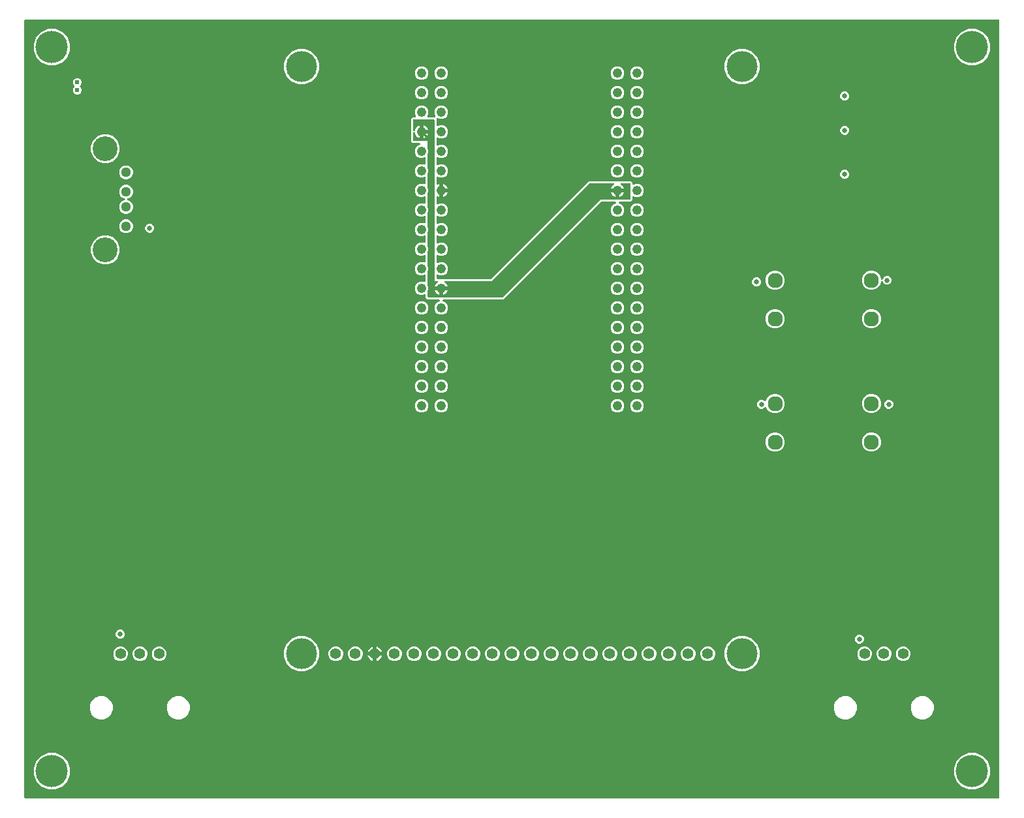
<source format=gbr>
G04 EAGLE Gerber RS-274X export*
G75*
%MOMM*%
%FSLAX34Y34*%
%LPD*%
%INCopper Layer 15*%
%IPPOS*%
%AMOC8*
5,1,8,0,0,1.08239X$1,22.5*%
G01*
%ADD10C,1.288000*%
%ADD11C,3.220000*%
%ADD12C,1.400000*%
%ADD13C,4.016000*%
%ADD14C,1.960000*%
%ADD15C,1.244600*%
%ADD16C,4.191000*%
%ADD17C,0.609600*%
%ADD18C,0.654800*%
%ADD19C,0.254000*%

G36*
X1266308Y2556D02*
X1266308Y2556D01*
X1266427Y2563D01*
X1266465Y2576D01*
X1266506Y2581D01*
X1266616Y2624D01*
X1266729Y2661D01*
X1266764Y2683D01*
X1266801Y2698D01*
X1266897Y2767D01*
X1266998Y2831D01*
X1267026Y2861D01*
X1267059Y2884D01*
X1267135Y2976D01*
X1267216Y3063D01*
X1267236Y3098D01*
X1267261Y3129D01*
X1267312Y3237D01*
X1267370Y3341D01*
X1267380Y3381D01*
X1267397Y3417D01*
X1267419Y3534D01*
X1267449Y3649D01*
X1267453Y3709D01*
X1267457Y3729D01*
X1267455Y3750D01*
X1267459Y3810D01*
X1267459Y1012190D01*
X1267444Y1012308D01*
X1267437Y1012427D01*
X1267424Y1012465D01*
X1267419Y1012506D01*
X1267376Y1012616D01*
X1267339Y1012729D01*
X1267317Y1012764D01*
X1267302Y1012801D01*
X1267233Y1012897D01*
X1267169Y1012998D01*
X1267139Y1013026D01*
X1267116Y1013059D01*
X1267024Y1013135D01*
X1266937Y1013216D01*
X1266902Y1013236D01*
X1266871Y1013261D01*
X1266763Y1013312D01*
X1266659Y1013370D01*
X1266619Y1013380D01*
X1266583Y1013397D01*
X1266466Y1013419D01*
X1266351Y1013449D01*
X1266291Y1013453D01*
X1266271Y1013457D01*
X1266250Y1013455D01*
X1266190Y1013459D01*
X3810Y1013459D01*
X3692Y1013444D01*
X3573Y1013437D01*
X3535Y1013424D01*
X3494Y1013419D01*
X3384Y1013376D01*
X3271Y1013339D01*
X3236Y1013317D01*
X3199Y1013302D01*
X3103Y1013233D01*
X3002Y1013169D01*
X2974Y1013139D01*
X2941Y1013116D01*
X2865Y1013024D01*
X2784Y1012937D01*
X2764Y1012902D01*
X2739Y1012871D01*
X2688Y1012763D01*
X2630Y1012659D01*
X2620Y1012619D01*
X2603Y1012583D01*
X2581Y1012466D01*
X2551Y1012351D01*
X2547Y1012291D01*
X2543Y1012271D01*
X2545Y1012250D01*
X2541Y1012190D01*
X2541Y3810D01*
X2556Y3692D01*
X2563Y3573D01*
X2576Y3535D01*
X2581Y3494D01*
X2624Y3384D01*
X2661Y3271D01*
X2683Y3236D01*
X2698Y3199D01*
X2767Y3103D01*
X2831Y3002D01*
X2861Y2974D01*
X2884Y2941D01*
X2976Y2865D01*
X3063Y2784D01*
X3098Y2764D01*
X3129Y2739D01*
X3237Y2688D01*
X3341Y2630D01*
X3381Y2620D01*
X3417Y2603D01*
X3534Y2581D01*
X3649Y2551D01*
X3709Y2547D01*
X3729Y2543D01*
X3750Y2545D01*
X3810Y2541D01*
X1266190Y2541D01*
X1266308Y2556D01*
G37*
%LPC*%
G36*
X541557Y630636D02*
X541557Y630636D01*
X538336Y631970D01*
X535870Y634436D01*
X534536Y637657D01*
X534536Y641143D01*
X535870Y644364D01*
X538336Y646830D01*
X540672Y647797D01*
X540733Y647832D01*
X540798Y647858D01*
X540871Y647910D01*
X540949Y647955D01*
X540999Y648003D01*
X541055Y648044D01*
X541113Y648114D01*
X541177Y648176D01*
X541213Y648236D01*
X541258Y648289D01*
X541296Y648371D01*
X541343Y648447D01*
X541364Y648514D01*
X541394Y648577D01*
X541410Y648665D01*
X541437Y648751D01*
X541440Y648821D01*
X541453Y648890D01*
X541448Y648979D01*
X541452Y649069D01*
X541438Y649137D01*
X541434Y649207D01*
X541406Y649292D01*
X541388Y649380D01*
X541357Y649443D01*
X541336Y649509D01*
X541288Y649585D01*
X541248Y649666D01*
X541203Y649719D01*
X541165Y649778D01*
X541100Y649840D01*
X541042Y649908D01*
X540985Y649948D01*
X540934Y649996D01*
X540855Y650039D01*
X540782Y650091D01*
X540716Y650116D01*
X540655Y650150D01*
X540568Y650172D01*
X540484Y650204D01*
X540415Y650212D01*
X540347Y650229D01*
X540187Y650239D01*
X525472Y650239D01*
X523239Y652472D01*
X523239Y655626D01*
X523233Y655676D01*
X523235Y655725D01*
X523213Y655833D01*
X523199Y655942D01*
X523181Y655988D01*
X523171Y656037D01*
X523123Y656135D01*
X523082Y656237D01*
X523053Y656278D01*
X523031Y656322D01*
X522960Y656406D01*
X522896Y656495D01*
X522857Y656527D01*
X522825Y656564D01*
X522735Y656628D01*
X522651Y656698D01*
X522606Y656719D01*
X522565Y656747D01*
X522462Y656786D01*
X522363Y656833D01*
X522314Y656842D01*
X522268Y656860D01*
X522158Y656872D01*
X522051Y656893D01*
X522001Y656890D01*
X521952Y656895D01*
X521843Y656880D01*
X521733Y656873D01*
X521686Y656858D01*
X521637Y656851D01*
X521484Y656799D01*
X519643Y656036D01*
X516157Y656036D01*
X512936Y657370D01*
X510470Y659836D01*
X509136Y663057D01*
X509136Y666543D01*
X510470Y669764D01*
X512936Y672230D01*
X516157Y673564D01*
X519643Y673564D01*
X521484Y672801D01*
X521493Y672799D01*
X521501Y672794D01*
X521540Y672784D01*
X521577Y672767D01*
X521685Y672746D01*
X521791Y672717D01*
X521801Y672717D01*
X521809Y672715D01*
X521868Y672711D01*
X521890Y672707D01*
X521912Y672708D01*
X521969Y672705D01*
X521970Y672705D01*
X522037Y672713D01*
X522109Y672712D01*
X522157Y672724D01*
X522207Y672727D01*
X522247Y672740D01*
X522286Y672745D01*
X522349Y672770D01*
X522418Y672786D01*
X522462Y672810D01*
X522509Y672825D01*
X522545Y672847D01*
X522581Y672862D01*
X522636Y672902D01*
X522699Y672935D01*
X522736Y672968D01*
X522778Y672995D01*
X522807Y673025D01*
X522839Y673048D01*
X522882Y673101D01*
X522935Y673149D01*
X522962Y673190D01*
X522996Y673227D01*
X523016Y673263D01*
X523041Y673293D01*
X523071Y673356D01*
X523109Y673415D01*
X523126Y673462D01*
X523150Y673505D01*
X523160Y673545D01*
X523177Y673581D01*
X523190Y673649D01*
X523213Y673715D01*
X523217Y673765D01*
X523229Y673813D01*
X523233Y673874D01*
X523237Y673893D01*
X523235Y673914D01*
X523239Y673974D01*
X523239Y681026D01*
X523233Y681076D01*
X523235Y681125D01*
X523213Y681233D01*
X523199Y681342D01*
X523181Y681388D01*
X523171Y681437D01*
X523123Y681535D01*
X523082Y681637D01*
X523053Y681678D01*
X523031Y681722D01*
X522960Y681806D01*
X522896Y681895D01*
X522857Y681927D01*
X522825Y681964D01*
X522735Y682028D01*
X522651Y682098D01*
X522606Y682119D01*
X522565Y682147D01*
X522462Y682186D01*
X522363Y682233D01*
X522314Y682242D01*
X522268Y682260D01*
X522158Y682272D01*
X522051Y682293D01*
X522001Y682290D01*
X521952Y682295D01*
X521843Y682280D01*
X521733Y682273D01*
X521686Y682258D01*
X521637Y682251D01*
X521484Y682199D01*
X519643Y681436D01*
X516157Y681436D01*
X512936Y682770D01*
X510470Y685236D01*
X509136Y688457D01*
X509136Y691943D01*
X510470Y695164D01*
X512936Y697630D01*
X516157Y698964D01*
X519643Y698964D01*
X521484Y698201D01*
X521532Y698188D01*
X521577Y698167D01*
X521685Y698146D01*
X521791Y698117D01*
X521841Y698116D01*
X521890Y698107D01*
X521999Y698114D01*
X522109Y698112D01*
X522157Y698124D01*
X522207Y698127D01*
X522311Y698161D01*
X522418Y698186D01*
X522462Y698210D01*
X522509Y698225D01*
X522602Y698284D01*
X522699Y698335D01*
X522736Y698368D01*
X522778Y698395D01*
X522853Y698475D01*
X522935Y698549D01*
X522962Y698590D01*
X522996Y698627D01*
X523049Y698723D01*
X523109Y698815D01*
X523126Y698862D01*
X523150Y698905D01*
X523177Y699011D01*
X523213Y699115D01*
X523217Y699165D01*
X523229Y699213D01*
X523239Y699374D01*
X523239Y706426D01*
X523233Y706476D01*
X523235Y706525D01*
X523213Y706633D01*
X523199Y706742D01*
X523181Y706788D01*
X523171Y706837D01*
X523123Y706935D01*
X523082Y707037D01*
X523053Y707078D01*
X523031Y707122D01*
X522960Y707206D01*
X522896Y707295D01*
X522857Y707327D01*
X522825Y707364D01*
X522735Y707428D01*
X522651Y707498D01*
X522606Y707519D01*
X522565Y707547D01*
X522462Y707586D01*
X522363Y707633D01*
X522314Y707642D01*
X522268Y707660D01*
X522158Y707672D01*
X522051Y707693D01*
X522001Y707690D01*
X521952Y707695D01*
X521843Y707680D01*
X521733Y707673D01*
X521686Y707658D01*
X521637Y707651D01*
X521484Y707599D01*
X519643Y706836D01*
X516157Y706836D01*
X512936Y708170D01*
X510470Y710636D01*
X509136Y713857D01*
X509136Y717343D01*
X510470Y720564D01*
X512936Y723030D01*
X516157Y724364D01*
X519643Y724364D01*
X521484Y723601D01*
X521532Y723588D01*
X521577Y723567D01*
X521685Y723546D01*
X521791Y723517D01*
X521841Y723516D01*
X521890Y723507D01*
X521999Y723514D01*
X522109Y723512D01*
X522157Y723524D01*
X522207Y723527D01*
X522311Y723561D01*
X522418Y723586D01*
X522462Y723610D01*
X522509Y723625D01*
X522602Y723684D01*
X522699Y723735D01*
X522736Y723768D01*
X522778Y723795D01*
X522853Y723875D01*
X522935Y723949D01*
X522962Y723990D01*
X522996Y724027D01*
X523049Y724123D01*
X523109Y724215D01*
X523126Y724262D01*
X523150Y724305D01*
X523177Y724411D01*
X523213Y724515D01*
X523217Y724565D01*
X523229Y724613D01*
X523239Y724774D01*
X523239Y731826D01*
X523233Y731876D01*
X523235Y731925D01*
X523213Y732033D01*
X523199Y732142D01*
X523181Y732188D01*
X523171Y732237D01*
X523123Y732335D01*
X523082Y732437D01*
X523053Y732478D01*
X523031Y732522D01*
X522960Y732606D01*
X522896Y732695D01*
X522857Y732727D01*
X522825Y732764D01*
X522735Y732828D01*
X522651Y732898D01*
X522606Y732919D01*
X522565Y732947D01*
X522462Y732986D01*
X522363Y733033D01*
X522314Y733042D01*
X522268Y733060D01*
X522158Y733072D01*
X522051Y733093D01*
X522001Y733090D01*
X521952Y733095D01*
X521843Y733080D01*
X521733Y733073D01*
X521686Y733058D01*
X521637Y733051D01*
X521484Y732999D01*
X519643Y732236D01*
X516157Y732236D01*
X512936Y733570D01*
X510470Y736036D01*
X509136Y739257D01*
X509136Y742743D01*
X510470Y745964D01*
X512936Y748430D01*
X516157Y749764D01*
X519643Y749764D01*
X521484Y749001D01*
X521532Y748988D01*
X521577Y748967D01*
X521685Y748946D01*
X521791Y748917D01*
X521841Y748916D01*
X521890Y748907D01*
X521999Y748914D01*
X522109Y748912D01*
X522157Y748924D01*
X522207Y748927D01*
X522311Y748961D01*
X522418Y748986D01*
X522462Y749010D01*
X522509Y749025D01*
X522602Y749084D01*
X522699Y749135D01*
X522736Y749168D01*
X522778Y749195D01*
X522853Y749275D01*
X522935Y749349D01*
X522962Y749390D01*
X522996Y749427D01*
X523049Y749523D01*
X523109Y749615D01*
X523126Y749662D01*
X523150Y749705D01*
X523177Y749811D01*
X523213Y749915D01*
X523217Y749965D01*
X523229Y750013D01*
X523239Y750174D01*
X523239Y757226D01*
X523233Y757276D01*
X523235Y757325D01*
X523213Y757433D01*
X523199Y757542D01*
X523181Y757588D01*
X523171Y757637D01*
X523123Y757735D01*
X523082Y757837D01*
X523053Y757878D01*
X523031Y757922D01*
X522960Y758006D01*
X522896Y758095D01*
X522857Y758127D01*
X522825Y758164D01*
X522735Y758228D01*
X522651Y758298D01*
X522606Y758319D01*
X522565Y758347D01*
X522462Y758386D01*
X522363Y758433D01*
X522314Y758442D01*
X522268Y758460D01*
X522158Y758472D01*
X522051Y758493D01*
X522001Y758490D01*
X521952Y758495D01*
X521843Y758480D01*
X521733Y758473D01*
X521686Y758458D01*
X521637Y758451D01*
X521484Y758399D01*
X519643Y757636D01*
X516157Y757636D01*
X512936Y758970D01*
X510470Y761436D01*
X509136Y764657D01*
X509136Y768143D01*
X510470Y771364D01*
X512936Y773830D01*
X516157Y775164D01*
X519643Y775164D01*
X521484Y774401D01*
X521532Y774388D01*
X521577Y774367D01*
X521685Y774346D01*
X521791Y774317D01*
X521841Y774316D01*
X521890Y774307D01*
X521999Y774314D01*
X522109Y774312D01*
X522157Y774324D01*
X522207Y774327D01*
X522311Y774361D01*
X522418Y774386D01*
X522462Y774410D01*
X522509Y774425D01*
X522602Y774484D01*
X522699Y774535D01*
X522736Y774568D01*
X522778Y774595D01*
X522853Y774675D01*
X522935Y774749D01*
X522962Y774790D01*
X522996Y774827D01*
X523049Y774923D01*
X523109Y775015D01*
X523126Y775062D01*
X523150Y775105D01*
X523177Y775211D01*
X523213Y775315D01*
X523217Y775365D01*
X523229Y775413D01*
X523239Y775574D01*
X523239Y782626D01*
X523233Y782676D01*
X523235Y782725D01*
X523213Y782833D01*
X523199Y782942D01*
X523181Y782988D01*
X523171Y783037D01*
X523123Y783135D01*
X523082Y783237D01*
X523053Y783278D01*
X523031Y783322D01*
X522960Y783406D01*
X522896Y783495D01*
X522857Y783527D01*
X522825Y783564D01*
X522735Y783627D01*
X522651Y783698D01*
X522606Y783719D01*
X522565Y783747D01*
X522462Y783786D01*
X522363Y783833D01*
X522314Y783842D01*
X522268Y783860D01*
X522158Y783872D01*
X522051Y783893D01*
X522001Y783890D01*
X521952Y783895D01*
X521843Y783880D01*
X521733Y783873D01*
X521686Y783858D01*
X521637Y783851D01*
X521484Y783799D01*
X519643Y783036D01*
X516157Y783036D01*
X512936Y784370D01*
X510470Y786836D01*
X509136Y790057D01*
X509136Y793543D01*
X510470Y796764D01*
X512936Y799230D01*
X516157Y800564D01*
X519643Y800564D01*
X521484Y799801D01*
X521532Y799788D01*
X521577Y799767D01*
X521685Y799746D01*
X521791Y799717D01*
X521841Y799716D01*
X521890Y799707D01*
X521999Y799714D01*
X522109Y799712D01*
X522157Y799724D01*
X522207Y799727D01*
X522311Y799761D01*
X522418Y799786D01*
X522462Y799810D01*
X522509Y799825D01*
X522602Y799884D01*
X522699Y799935D01*
X522736Y799968D01*
X522778Y799995D01*
X522853Y800075D01*
X522935Y800149D01*
X522962Y800190D01*
X522996Y800227D01*
X523049Y800323D01*
X523109Y800415D01*
X523126Y800462D01*
X523150Y800505D01*
X523177Y800611D01*
X523213Y800715D01*
X523217Y800765D01*
X523229Y800813D01*
X523239Y800974D01*
X523239Y808026D01*
X523233Y808076D01*
X523235Y808125D01*
X523213Y808233D01*
X523199Y808342D01*
X523181Y808388D01*
X523171Y808437D01*
X523123Y808535D01*
X523082Y808637D01*
X523053Y808678D01*
X523031Y808722D01*
X522960Y808806D01*
X522896Y808895D01*
X522857Y808927D01*
X522825Y808964D01*
X522735Y809027D01*
X522651Y809098D01*
X522606Y809119D01*
X522565Y809147D01*
X522462Y809186D01*
X522363Y809233D01*
X522314Y809242D01*
X522268Y809260D01*
X522158Y809272D01*
X522051Y809293D01*
X522001Y809290D01*
X521952Y809295D01*
X521843Y809280D01*
X521733Y809273D01*
X521686Y809258D01*
X521637Y809251D01*
X521484Y809199D01*
X519643Y808436D01*
X516157Y808436D01*
X512936Y809770D01*
X510470Y812236D01*
X509136Y815457D01*
X509136Y818943D01*
X510470Y822164D01*
X512936Y824630D01*
X516157Y825964D01*
X519643Y825964D01*
X521484Y825201D01*
X521532Y825188D01*
X521577Y825167D01*
X521685Y825146D01*
X521791Y825117D01*
X521841Y825116D01*
X521890Y825107D01*
X521999Y825114D01*
X522109Y825112D01*
X522157Y825124D01*
X522207Y825127D01*
X522311Y825161D01*
X522418Y825186D01*
X522462Y825210D01*
X522509Y825225D01*
X522602Y825284D01*
X522699Y825335D01*
X522736Y825368D01*
X522778Y825395D01*
X522853Y825475D01*
X522935Y825549D01*
X522962Y825590D01*
X522996Y825627D01*
X523049Y825723D01*
X523109Y825815D01*
X523126Y825862D01*
X523150Y825905D01*
X523177Y826011D01*
X523213Y826115D01*
X523217Y826165D01*
X523229Y826213D01*
X523239Y826374D01*
X523239Y833426D01*
X523233Y833476D01*
X523235Y833525D01*
X523213Y833633D01*
X523199Y833742D01*
X523181Y833788D01*
X523171Y833837D01*
X523123Y833935D01*
X523082Y834037D01*
X523053Y834078D01*
X523031Y834122D01*
X522960Y834206D01*
X522896Y834295D01*
X522857Y834327D01*
X522825Y834364D01*
X522735Y834427D01*
X522651Y834498D01*
X522606Y834519D01*
X522565Y834547D01*
X522462Y834586D01*
X522363Y834633D01*
X522314Y834642D01*
X522268Y834660D01*
X522158Y834672D01*
X522051Y834693D01*
X522001Y834690D01*
X521952Y834695D01*
X521843Y834680D01*
X521733Y834673D01*
X521686Y834658D01*
X521637Y834651D01*
X521484Y834599D01*
X519643Y833836D01*
X516157Y833836D01*
X512936Y835170D01*
X510470Y837636D01*
X509136Y840857D01*
X509136Y844343D01*
X510470Y847564D01*
X512936Y850030D01*
X515272Y850997D01*
X515333Y851032D01*
X515398Y851058D01*
X515470Y851110D01*
X515549Y851155D01*
X515599Y851204D01*
X515655Y851244D01*
X515712Y851314D01*
X515777Y851376D01*
X515814Y851436D01*
X515858Y851489D01*
X515896Y851571D01*
X515943Y851647D01*
X515964Y851714D01*
X515994Y851777D01*
X516010Y851865D01*
X516037Y851951D01*
X516040Y852021D01*
X516053Y852090D01*
X516048Y852179D01*
X516052Y852269D01*
X516038Y852337D01*
X516034Y852407D01*
X516006Y852492D01*
X515988Y852580D01*
X515957Y852643D01*
X515936Y852709D01*
X515888Y852785D01*
X515848Y852866D01*
X515803Y852919D01*
X515765Y852978D01*
X515700Y853040D01*
X515642Y853108D01*
X515585Y853148D01*
X515534Y853196D01*
X515455Y853239D01*
X515382Y853291D01*
X515316Y853316D01*
X515255Y853350D01*
X515168Y853372D01*
X515084Y853404D01*
X515015Y853412D01*
X514947Y853429D01*
X514787Y853439D01*
X506422Y853439D01*
X504189Y855672D01*
X504189Y884228D01*
X506422Y886461D01*
X509389Y886461D01*
X509438Y886467D01*
X509488Y886465D01*
X509595Y886487D01*
X509705Y886501D01*
X509751Y886519D01*
X509799Y886529D01*
X509898Y886577D01*
X510000Y886618D01*
X510040Y886647D01*
X510085Y886669D01*
X510169Y886740D01*
X510258Y886804D01*
X510289Y886843D01*
X510327Y886875D01*
X510390Y886965D01*
X510460Y887049D01*
X510482Y887094D01*
X510510Y887135D01*
X510549Y887238D01*
X510596Y887337D01*
X510605Y887386D01*
X510623Y887432D01*
X510635Y887542D01*
X510656Y887649D01*
X510653Y887699D01*
X510658Y887748D01*
X510643Y887857D01*
X510636Y887967D01*
X510621Y888014D01*
X510614Y888063D01*
X510562Y888216D01*
X509136Y891657D01*
X509136Y895143D01*
X510470Y898364D01*
X512936Y900830D01*
X516157Y902164D01*
X519643Y902164D01*
X522864Y900830D01*
X525330Y898364D01*
X526664Y895143D01*
X526664Y891657D01*
X525238Y888216D01*
X525225Y888168D01*
X525204Y888123D01*
X525183Y888015D01*
X525154Y887909D01*
X525154Y887859D01*
X525144Y887810D01*
X525151Y887701D01*
X525149Y887591D01*
X525161Y887543D01*
X525164Y887493D01*
X525198Y887389D01*
X525224Y887282D01*
X525247Y887238D01*
X525262Y887191D01*
X525321Y887098D01*
X525372Y887001D01*
X525406Y886964D01*
X525432Y886922D01*
X525512Y886847D01*
X525586Y886765D01*
X525628Y886738D01*
X525664Y886704D01*
X525760Y886651D01*
X525852Y886591D01*
X525899Y886574D01*
X525942Y886550D01*
X526049Y886523D01*
X526153Y886487D01*
X526202Y886483D01*
X526250Y886471D01*
X526411Y886461D01*
X534789Y886461D01*
X534838Y886467D01*
X534888Y886465D01*
X534995Y886487D01*
X535105Y886501D01*
X535151Y886519D01*
X535199Y886529D01*
X535298Y886577D01*
X535400Y886618D01*
X535440Y886647D01*
X535485Y886669D01*
X535569Y886740D01*
X535658Y886804D01*
X535689Y886843D01*
X535727Y886875D01*
X535790Y886965D01*
X535860Y887049D01*
X535882Y887094D01*
X535910Y887135D01*
X535949Y887238D01*
X535996Y887337D01*
X536005Y887386D01*
X536023Y887432D01*
X536035Y887542D01*
X536056Y887649D01*
X536053Y887699D01*
X536058Y887748D01*
X536043Y887857D01*
X536036Y887967D01*
X536021Y888014D01*
X536014Y888063D01*
X535962Y888216D01*
X534536Y891657D01*
X534536Y895143D01*
X535870Y898364D01*
X538336Y900830D01*
X541557Y902164D01*
X545043Y902164D01*
X548264Y900830D01*
X550730Y898364D01*
X552064Y895143D01*
X552064Y891657D01*
X550730Y888436D01*
X548264Y885970D01*
X545043Y884636D01*
X541557Y884636D01*
X538966Y885710D01*
X538918Y885723D01*
X538873Y885744D01*
X538765Y885764D01*
X538659Y885793D01*
X538609Y885794D01*
X538560Y885804D01*
X538451Y885797D01*
X538341Y885799D01*
X538293Y885787D01*
X538243Y885784D01*
X538139Y885750D01*
X538032Y885724D01*
X537988Y885701D01*
X537941Y885686D01*
X537848Y885627D01*
X537751Y885576D01*
X537714Y885542D01*
X537672Y885516D01*
X537597Y885436D01*
X537515Y885362D01*
X537488Y885320D01*
X537454Y885284D01*
X537401Y885188D01*
X537341Y885096D01*
X537324Y885049D01*
X537300Y885006D01*
X537273Y884899D01*
X537237Y884795D01*
X537233Y884746D01*
X537221Y884698D01*
X537211Y884537D01*
X537211Y876863D01*
X537217Y876814D01*
X537215Y876764D01*
X537237Y876657D01*
X537251Y876548D01*
X537269Y876501D01*
X537279Y876453D01*
X537327Y876354D01*
X537368Y876252D01*
X537397Y876212D01*
X537419Y876167D01*
X537490Y876084D01*
X537554Y875995D01*
X537593Y875963D01*
X537625Y875925D01*
X537715Y875862D01*
X537799Y875792D01*
X537844Y875771D01*
X537885Y875742D01*
X537988Y875703D01*
X538087Y875656D01*
X538136Y875647D01*
X538182Y875629D01*
X538292Y875617D01*
X538399Y875596D01*
X538449Y875599D01*
X538498Y875594D01*
X538607Y875609D01*
X538717Y875616D01*
X538764Y875631D01*
X538813Y875638D01*
X538966Y875690D01*
X541557Y876764D01*
X545043Y876764D01*
X548264Y875430D01*
X550730Y872964D01*
X552064Y869743D01*
X552064Y866257D01*
X550730Y863036D01*
X548264Y860570D01*
X545043Y859236D01*
X541557Y859236D01*
X538966Y860310D01*
X538918Y860323D01*
X538873Y860344D01*
X538765Y860364D01*
X538659Y860393D01*
X538609Y860394D01*
X538560Y860404D01*
X538451Y860397D01*
X538341Y860399D01*
X538293Y860387D01*
X538243Y860384D01*
X538139Y860350D01*
X538032Y860324D01*
X537988Y860301D01*
X537941Y860286D01*
X537848Y860227D01*
X537751Y860176D01*
X537714Y860142D01*
X537672Y860116D01*
X537597Y860036D01*
X537515Y859962D01*
X537488Y859920D01*
X537454Y859884D01*
X537401Y859788D01*
X537341Y859696D01*
X537324Y859649D01*
X537300Y859606D01*
X537273Y859499D01*
X537237Y859395D01*
X537233Y859346D01*
X537221Y859298D01*
X537211Y859137D01*
X537211Y851463D01*
X537217Y851414D01*
X537215Y851364D01*
X537237Y851257D01*
X537251Y851148D01*
X537269Y851101D01*
X537279Y851053D01*
X537327Y850954D01*
X537368Y850852D01*
X537397Y850812D01*
X537419Y850767D01*
X537490Y850684D01*
X537554Y850595D01*
X537593Y850563D01*
X537625Y850525D01*
X537715Y850462D01*
X537799Y850392D01*
X537844Y850371D01*
X537885Y850342D01*
X537988Y850303D01*
X538087Y850256D01*
X538136Y850247D01*
X538182Y850229D01*
X538292Y850217D01*
X538399Y850196D01*
X538449Y850199D01*
X538498Y850194D01*
X538607Y850209D01*
X538717Y850216D01*
X538764Y850231D01*
X538813Y850238D01*
X538966Y850290D01*
X541557Y851364D01*
X545043Y851364D01*
X548264Y850030D01*
X550730Y847564D01*
X552064Y844343D01*
X552064Y840857D01*
X550730Y837636D01*
X548264Y835170D01*
X545043Y833836D01*
X541557Y833836D01*
X538966Y834910D01*
X538918Y834923D01*
X538873Y834944D01*
X538765Y834964D01*
X538659Y834993D01*
X538609Y834994D01*
X538560Y835004D01*
X538451Y834997D01*
X538341Y834999D01*
X538293Y834987D01*
X538243Y834984D01*
X538139Y834950D01*
X538032Y834924D01*
X537988Y834901D01*
X537941Y834886D01*
X537848Y834827D01*
X537751Y834776D01*
X537714Y834742D01*
X537672Y834716D01*
X537597Y834636D01*
X537515Y834562D01*
X537488Y834520D01*
X537454Y834484D01*
X537401Y834388D01*
X537341Y834296D01*
X537324Y834249D01*
X537300Y834206D01*
X537273Y834099D01*
X537237Y833995D01*
X537233Y833946D01*
X537221Y833898D01*
X537211Y833737D01*
X537211Y826063D01*
X537217Y826014D01*
X537215Y825964D01*
X537237Y825857D01*
X537251Y825748D01*
X537269Y825701D01*
X537279Y825653D01*
X537327Y825554D01*
X537368Y825452D01*
X537397Y825412D01*
X537419Y825367D01*
X537490Y825284D01*
X537554Y825195D01*
X537593Y825163D01*
X537625Y825125D01*
X537715Y825062D01*
X537799Y824992D01*
X537844Y824971D01*
X537885Y824942D01*
X537988Y824903D01*
X538087Y824856D01*
X538136Y824847D01*
X538182Y824829D01*
X538292Y824817D01*
X538399Y824796D01*
X538449Y824799D01*
X538498Y824794D01*
X538607Y824809D01*
X538717Y824816D01*
X538764Y824831D01*
X538813Y824838D01*
X538966Y824890D01*
X541557Y825964D01*
X545043Y825964D01*
X548264Y824630D01*
X550730Y822164D01*
X552064Y818943D01*
X552064Y815457D01*
X550730Y812236D01*
X548264Y809770D01*
X545043Y808436D01*
X541557Y808436D01*
X538966Y809510D01*
X538918Y809523D01*
X538873Y809544D01*
X538765Y809564D01*
X538659Y809593D01*
X538609Y809594D01*
X538560Y809604D01*
X538451Y809597D01*
X538341Y809599D01*
X538293Y809587D01*
X538243Y809584D01*
X538139Y809550D01*
X538032Y809524D01*
X537988Y809501D01*
X537941Y809486D01*
X537848Y809427D01*
X537751Y809376D01*
X537714Y809342D01*
X537672Y809316D01*
X537597Y809236D01*
X537515Y809162D01*
X537488Y809120D01*
X537454Y809084D01*
X537401Y808988D01*
X537341Y808896D01*
X537324Y808849D01*
X537300Y808806D01*
X537273Y808699D01*
X537237Y808595D01*
X537233Y808546D01*
X537221Y808498D01*
X537211Y808337D01*
X537211Y800646D01*
X537213Y800631D01*
X537211Y800616D01*
X537232Y800474D01*
X537251Y800330D01*
X537256Y800316D01*
X537258Y800302D01*
X537314Y800169D01*
X537368Y800035D01*
X537376Y800023D01*
X537382Y800009D01*
X537470Y799894D01*
X537554Y799777D01*
X537566Y799768D01*
X537575Y799756D01*
X537689Y799666D01*
X537799Y799575D01*
X537813Y799568D01*
X537825Y799559D01*
X537957Y799500D01*
X538087Y799439D01*
X538102Y799436D01*
X538115Y799430D01*
X538258Y799406D01*
X538399Y799379D01*
X538414Y799380D01*
X538429Y799378D01*
X538573Y799390D01*
X538717Y799399D01*
X538731Y799404D01*
X538746Y799405D01*
X538883Y799453D01*
X539019Y799497D01*
X539032Y799505D01*
X539046Y799510D01*
X539130Y799558D01*
X540744Y800227D01*
X541078Y800293D01*
X541078Y792753D01*
X541093Y792634D01*
X541101Y792516D01*
X541113Y792477D01*
X541118Y792437D01*
X541162Y792326D01*
X541199Y792213D01*
X541220Y792179D01*
X541235Y792141D01*
X541305Y792045D01*
X541369Y791945D01*
X541398Y791917D01*
X541422Y791884D01*
X541514Y791808D01*
X541518Y791804D01*
X541512Y791797D01*
X541479Y791773D01*
X541403Y791681D01*
X541321Y791594D01*
X541302Y791559D01*
X541276Y791528D01*
X541225Y791420D01*
X541168Y791316D01*
X541158Y791277D01*
X541141Y791240D01*
X541118Y791123D01*
X541088Y791008D01*
X541085Y790948D01*
X541081Y790928D01*
X541082Y790907D01*
X541078Y790847D01*
X541078Y783307D01*
X540744Y783373D01*
X539102Y784053D01*
X539030Y784087D01*
X538901Y784151D01*
X538886Y784155D01*
X538873Y784161D01*
X538732Y784188D01*
X538590Y784219D01*
X538575Y784218D01*
X538560Y784221D01*
X538416Y784212D01*
X538272Y784206D01*
X538258Y784202D01*
X538243Y784201D01*
X538105Y784156D01*
X537968Y784115D01*
X537955Y784108D01*
X537941Y784103D01*
X537819Y784026D01*
X537695Y783951D01*
X537684Y783941D01*
X537672Y783933D01*
X537573Y783828D01*
X537472Y783725D01*
X537464Y783712D01*
X537454Y783701D01*
X537384Y783575D01*
X537312Y783450D01*
X537308Y783436D01*
X537300Y783423D01*
X537264Y783284D01*
X537225Y783144D01*
X537225Y783129D01*
X537221Y783115D01*
X537211Y782954D01*
X537211Y775263D01*
X537217Y775214D01*
X537215Y775164D01*
X537237Y775057D01*
X537251Y774948D01*
X537269Y774901D01*
X537279Y774853D01*
X537327Y774754D01*
X537368Y774652D01*
X537397Y774612D01*
X537419Y774567D01*
X537490Y774484D01*
X537554Y774395D01*
X537593Y774363D01*
X537625Y774325D01*
X537715Y774262D01*
X537799Y774192D01*
X537844Y774171D01*
X537885Y774142D01*
X537988Y774103D01*
X538087Y774056D01*
X538136Y774047D01*
X538182Y774029D01*
X538292Y774017D01*
X538399Y773996D01*
X538449Y773999D01*
X538498Y773994D01*
X538607Y774009D01*
X538717Y774016D01*
X538764Y774031D01*
X538813Y774038D01*
X538966Y774090D01*
X541557Y775164D01*
X545043Y775164D01*
X548264Y773830D01*
X550730Y771364D01*
X552064Y768143D01*
X552064Y764657D01*
X550730Y761436D01*
X548264Y758970D01*
X545043Y757636D01*
X541557Y757636D01*
X538966Y758710D01*
X538918Y758723D01*
X538873Y758744D01*
X538765Y758764D01*
X538659Y758793D01*
X538609Y758794D01*
X538560Y758804D01*
X538451Y758797D01*
X538341Y758799D01*
X538293Y758787D01*
X538243Y758784D01*
X538139Y758750D01*
X538032Y758724D01*
X537988Y758701D01*
X537941Y758686D01*
X537848Y758627D01*
X537751Y758576D01*
X537714Y758542D01*
X537672Y758516D01*
X537597Y758436D01*
X537515Y758362D01*
X537488Y758320D01*
X537454Y758284D01*
X537401Y758188D01*
X537341Y758096D01*
X537324Y758049D01*
X537300Y758006D01*
X537273Y757899D01*
X537237Y757795D01*
X537233Y757746D01*
X537221Y757698D01*
X537211Y757537D01*
X537211Y749863D01*
X537217Y749814D01*
X537215Y749764D01*
X537237Y749657D01*
X537251Y749548D01*
X537269Y749501D01*
X537279Y749453D01*
X537327Y749354D01*
X537368Y749252D01*
X537397Y749212D01*
X537419Y749167D01*
X537490Y749084D01*
X537554Y748995D01*
X537593Y748963D01*
X537625Y748925D01*
X537715Y748862D01*
X537799Y748792D01*
X537844Y748771D01*
X537885Y748742D01*
X537988Y748703D01*
X538087Y748656D01*
X538136Y748647D01*
X538182Y748629D01*
X538292Y748617D01*
X538399Y748596D01*
X538449Y748599D01*
X538498Y748594D01*
X538607Y748609D01*
X538717Y748616D01*
X538764Y748631D01*
X538813Y748638D01*
X538966Y748690D01*
X541557Y749764D01*
X545043Y749764D01*
X548264Y748430D01*
X550730Y745964D01*
X552064Y742743D01*
X552064Y739257D01*
X550730Y736036D01*
X548264Y733570D01*
X545043Y732236D01*
X541557Y732236D01*
X538966Y733310D01*
X538918Y733323D01*
X538873Y733344D01*
X538765Y733364D01*
X538659Y733393D01*
X538609Y733394D01*
X538560Y733404D01*
X538451Y733397D01*
X538341Y733399D01*
X538293Y733387D01*
X538243Y733384D01*
X538139Y733350D01*
X538032Y733324D01*
X537988Y733301D01*
X537941Y733286D01*
X537848Y733227D01*
X537751Y733176D01*
X537714Y733142D01*
X537672Y733116D01*
X537597Y733036D01*
X537515Y732962D01*
X537488Y732920D01*
X537454Y732884D01*
X537401Y732788D01*
X537341Y732696D01*
X537324Y732649D01*
X537300Y732606D01*
X537273Y732499D01*
X537237Y732395D01*
X537233Y732346D01*
X537221Y732298D01*
X537211Y732137D01*
X537211Y724463D01*
X537217Y724414D01*
X537215Y724364D01*
X537237Y724257D01*
X537251Y724148D01*
X537269Y724101D01*
X537279Y724053D01*
X537327Y723954D01*
X537368Y723852D01*
X537397Y723812D01*
X537419Y723767D01*
X537490Y723684D01*
X537554Y723595D01*
X537593Y723563D01*
X537625Y723525D01*
X537715Y723462D01*
X537799Y723392D01*
X537844Y723371D01*
X537885Y723342D01*
X537988Y723303D01*
X538087Y723256D01*
X538136Y723247D01*
X538182Y723229D01*
X538292Y723217D01*
X538399Y723196D01*
X538449Y723199D01*
X538498Y723194D01*
X538607Y723209D01*
X538717Y723216D01*
X538764Y723231D01*
X538813Y723238D01*
X538966Y723290D01*
X541557Y724364D01*
X545043Y724364D01*
X548264Y723030D01*
X550730Y720564D01*
X552064Y717343D01*
X552064Y713857D01*
X550730Y710636D01*
X548264Y708170D01*
X545043Y706836D01*
X541557Y706836D01*
X538966Y707910D01*
X538918Y707923D01*
X538873Y707944D01*
X538765Y707964D01*
X538659Y707993D01*
X538609Y707994D01*
X538560Y708004D01*
X538451Y707997D01*
X538341Y707999D01*
X538293Y707987D01*
X538243Y707984D01*
X538139Y707950D01*
X538032Y707924D01*
X537988Y707901D01*
X537941Y707886D01*
X537848Y707827D01*
X537751Y707776D01*
X537714Y707742D01*
X537672Y707716D01*
X537597Y707636D01*
X537515Y707562D01*
X537488Y707520D01*
X537454Y707484D01*
X537401Y707388D01*
X537341Y707296D01*
X537324Y707249D01*
X537300Y707206D01*
X537273Y707099D01*
X537237Y706995D01*
X537233Y706946D01*
X537221Y706898D01*
X537211Y706737D01*
X537211Y699063D01*
X537217Y699014D01*
X537215Y698964D01*
X537237Y698857D01*
X537251Y698748D01*
X537269Y698701D01*
X537279Y698653D01*
X537327Y698554D01*
X537368Y698452D01*
X537397Y698412D01*
X537419Y698367D01*
X537490Y698284D01*
X537554Y698195D01*
X537593Y698163D01*
X537625Y698125D01*
X537715Y698062D01*
X537799Y697992D01*
X537844Y697971D01*
X537885Y697942D01*
X537988Y697903D01*
X538087Y697856D01*
X538136Y697847D01*
X538182Y697829D01*
X538292Y697817D01*
X538399Y697796D01*
X538449Y697799D01*
X538498Y697794D01*
X538607Y697809D01*
X538717Y697816D01*
X538764Y697831D01*
X538813Y697838D01*
X538966Y697890D01*
X541557Y698964D01*
X545043Y698964D01*
X548264Y697630D01*
X550730Y695164D01*
X552064Y691943D01*
X552064Y688457D01*
X550730Y685236D01*
X548264Y682770D01*
X545043Y681436D01*
X541557Y681436D01*
X538966Y682510D01*
X538918Y682523D01*
X538873Y682544D01*
X538765Y682564D01*
X538659Y682593D01*
X538609Y682594D01*
X538560Y682604D01*
X538451Y682597D01*
X538341Y682599D01*
X538293Y682587D01*
X538243Y682584D01*
X538139Y682550D01*
X538032Y682524D01*
X537988Y682501D01*
X537941Y682486D01*
X537848Y682427D01*
X537751Y682376D01*
X537714Y682342D01*
X537672Y682316D01*
X537597Y682236D01*
X537515Y682162D01*
X537488Y682120D01*
X537454Y682084D01*
X537401Y681988D01*
X537341Y681896D01*
X537324Y681849D01*
X537300Y681806D01*
X537273Y681699D01*
X537237Y681595D01*
X537233Y681546D01*
X537221Y681498D01*
X537211Y681337D01*
X537211Y678180D01*
X537226Y678062D01*
X537233Y677943D01*
X537246Y677905D01*
X537251Y677864D01*
X537294Y677754D01*
X537331Y677641D01*
X537353Y677606D01*
X537368Y677569D01*
X537437Y677473D01*
X537501Y677372D01*
X537531Y677344D01*
X537554Y677311D01*
X537646Y677235D01*
X537733Y677154D01*
X537768Y677134D01*
X537799Y677109D01*
X537907Y677058D01*
X538011Y677000D01*
X538051Y676990D01*
X538087Y676973D01*
X538204Y676951D01*
X538319Y676921D01*
X538379Y676917D01*
X538399Y676913D01*
X538420Y676915D01*
X538480Y676911D01*
X607496Y676911D01*
X607594Y676923D01*
X607693Y676926D01*
X607751Y676943D01*
X607811Y676951D01*
X607903Y676987D01*
X607999Y677015D01*
X608051Y677045D01*
X608107Y677068D01*
X608187Y677126D01*
X608272Y677176D01*
X608348Y677242D01*
X608364Y677254D01*
X608372Y677264D01*
X608393Y677282D01*
X735022Y803911D01*
X788978Y803911D01*
X791211Y801678D01*
X791211Y800663D01*
X791217Y800614D01*
X791215Y800564D01*
X791237Y800457D01*
X791251Y800348D01*
X791269Y800301D01*
X791279Y800253D01*
X791327Y800154D01*
X791368Y800052D01*
X791397Y800012D01*
X791419Y799967D01*
X791490Y799884D01*
X791554Y799795D01*
X791593Y799763D01*
X791625Y799725D01*
X791715Y799662D01*
X791799Y799592D01*
X791844Y799571D01*
X791885Y799542D01*
X791988Y799503D01*
X792087Y799456D01*
X792136Y799447D01*
X792182Y799429D01*
X792292Y799417D01*
X792399Y799396D01*
X792449Y799399D01*
X792498Y799394D01*
X792607Y799409D01*
X792717Y799416D01*
X792764Y799431D01*
X792813Y799438D01*
X792966Y799490D01*
X795557Y800564D01*
X799043Y800564D01*
X802264Y799230D01*
X804730Y796764D01*
X806064Y793543D01*
X806064Y790057D01*
X804730Y786836D01*
X802264Y784370D01*
X799043Y783036D01*
X795557Y783036D01*
X792966Y784110D01*
X792918Y784123D01*
X792873Y784144D01*
X792765Y784164D01*
X792659Y784193D01*
X792609Y784194D01*
X792560Y784204D01*
X792451Y784197D01*
X792341Y784199D01*
X792293Y784187D01*
X792243Y784184D01*
X792139Y784150D01*
X792032Y784124D01*
X791988Y784101D01*
X791941Y784086D01*
X791848Y784027D01*
X791751Y783976D01*
X791714Y783942D01*
X791672Y783916D01*
X791597Y783836D01*
X791515Y783762D01*
X791488Y783720D01*
X791454Y783684D01*
X791401Y783588D01*
X791341Y783496D01*
X791324Y783449D01*
X791300Y783406D01*
X791273Y783299D01*
X791237Y783195D01*
X791233Y783146D01*
X791221Y783098D01*
X791211Y782937D01*
X791211Y779472D01*
X788978Y777239D01*
X775013Y777239D01*
X774944Y777231D01*
X774874Y777232D01*
X774787Y777211D01*
X774698Y777199D01*
X774633Y777174D01*
X774565Y777157D01*
X774486Y777115D01*
X774402Y777082D01*
X774346Y777041D01*
X774284Y777009D01*
X774217Y776948D01*
X774145Y776896D01*
X774100Y776842D01*
X774049Y776795D01*
X773999Y776720D01*
X773942Y776651D01*
X773912Y776587D01*
X773874Y776529D01*
X773845Y776444D01*
X773806Y776363D01*
X773793Y776294D01*
X773771Y776228D01*
X773764Y776139D01*
X773747Y776051D01*
X773751Y775981D01*
X773745Y775911D01*
X773761Y775823D01*
X773766Y775733D01*
X773788Y775667D01*
X773800Y775598D01*
X773837Y775516D01*
X773864Y775431D01*
X773902Y775372D01*
X773930Y775308D01*
X773986Y775238D01*
X774035Y775162D01*
X774085Y775114D01*
X774129Y775060D01*
X774201Y775005D01*
X774266Y774944D01*
X774327Y774910D01*
X774383Y774868D01*
X774528Y774797D01*
X776864Y773830D01*
X779330Y771364D01*
X780664Y768143D01*
X780664Y764657D01*
X779330Y761436D01*
X776864Y758970D01*
X773643Y757636D01*
X770157Y757636D01*
X766936Y758970D01*
X764470Y761436D01*
X763136Y764657D01*
X763136Y768143D01*
X764470Y771364D01*
X766936Y773830D01*
X769272Y774797D01*
X769333Y774832D01*
X769398Y774858D01*
X769471Y774910D01*
X769549Y774955D01*
X769599Y775003D01*
X769655Y775044D01*
X769713Y775114D01*
X769777Y775176D01*
X769813Y775236D01*
X769858Y775289D01*
X769896Y775371D01*
X769943Y775447D01*
X769964Y775514D01*
X769994Y775577D01*
X770010Y775665D01*
X770037Y775751D01*
X770040Y775821D01*
X770053Y775890D01*
X770048Y775979D01*
X770052Y776069D01*
X770038Y776137D01*
X770034Y776207D01*
X770006Y776292D01*
X769988Y776380D01*
X769957Y776443D01*
X769936Y776509D01*
X769888Y776585D01*
X769848Y776666D01*
X769803Y776719D01*
X769765Y776778D01*
X769700Y776840D01*
X769642Y776908D01*
X769585Y776948D01*
X769534Y776996D01*
X769455Y777039D01*
X769382Y777091D01*
X769316Y777116D01*
X769255Y777150D01*
X769168Y777172D01*
X769084Y777204D01*
X769015Y777212D01*
X768947Y777229D01*
X768787Y777239D01*
X751404Y777239D01*
X751306Y777227D01*
X751207Y777224D01*
X751149Y777207D01*
X751089Y777199D01*
X750997Y777163D01*
X750901Y777135D01*
X750849Y777105D01*
X750793Y777082D01*
X750713Y777024D01*
X750628Y776974D01*
X750552Y776908D01*
X750536Y776896D01*
X750528Y776886D01*
X750507Y776868D01*
X623878Y650239D01*
X546413Y650239D01*
X546344Y650231D01*
X546274Y650232D01*
X546187Y650211D01*
X546098Y650199D01*
X546033Y650174D01*
X545965Y650157D01*
X545886Y650115D01*
X545802Y650082D01*
X545746Y650041D01*
X545684Y650009D01*
X545617Y649948D01*
X545545Y649896D01*
X545500Y649842D01*
X545449Y649795D01*
X545399Y649720D01*
X545342Y649651D01*
X545312Y649587D01*
X545274Y649529D01*
X545245Y649444D01*
X545206Y649363D01*
X545193Y649294D01*
X545171Y649228D01*
X545164Y649139D01*
X545147Y649051D01*
X545151Y648981D01*
X545145Y648911D01*
X545161Y648823D01*
X545166Y648733D01*
X545188Y648667D01*
X545200Y648598D01*
X545237Y648516D01*
X545264Y648431D01*
X545302Y648372D01*
X545330Y648308D01*
X545386Y648238D01*
X545435Y648162D01*
X545485Y648114D01*
X545529Y648060D01*
X545601Y648005D01*
X545666Y647944D01*
X545727Y647910D01*
X545783Y647868D01*
X545928Y647797D01*
X548264Y646830D01*
X550730Y644364D01*
X552064Y641143D01*
X552064Y637657D01*
X550730Y634436D01*
X548264Y631970D01*
X545043Y630636D01*
X541557Y630636D01*
G37*
%LPD*%
G36*
X622398Y652793D02*
X622398Y652793D01*
X622497Y652796D01*
X622555Y652813D01*
X622616Y652821D01*
X622708Y652857D01*
X622803Y652885D01*
X622855Y652915D01*
X622911Y652938D01*
X622991Y652996D01*
X623077Y653046D01*
X623152Y653112D01*
X623169Y653124D01*
X623176Y653134D01*
X623198Y653153D01*
X749826Y779781D01*
X787400Y779781D01*
X787518Y779796D01*
X787637Y779803D01*
X787675Y779816D01*
X787716Y779821D01*
X787826Y779864D01*
X787939Y779901D01*
X787974Y779923D01*
X788011Y779938D01*
X788107Y780008D01*
X788208Y780071D01*
X788236Y780101D01*
X788269Y780124D01*
X788345Y780216D01*
X788426Y780303D01*
X788446Y780338D01*
X788471Y780369D01*
X788522Y780477D01*
X788580Y780581D01*
X788590Y780621D01*
X788607Y780657D01*
X788629Y780774D01*
X788659Y780889D01*
X788663Y780950D01*
X788667Y780970D01*
X788665Y780990D01*
X788669Y781050D01*
X788669Y789483D01*
X788668Y789493D01*
X788669Y789502D01*
X788648Y789651D01*
X788629Y789799D01*
X788626Y789808D01*
X788625Y789817D01*
X788573Y789969D01*
X788536Y790057D01*
X788536Y793543D01*
X788573Y793631D01*
X788575Y793640D01*
X788580Y793648D01*
X788617Y793792D01*
X788657Y793938D01*
X788657Y793947D01*
X788659Y793956D01*
X788669Y794117D01*
X788669Y800100D01*
X788654Y800218D01*
X788647Y800337D01*
X788634Y800375D01*
X788629Y800416D01*
X788586Y800526D01*
X788549Y800639D01*
X788527Y800674D01*
X788512Y800711D01*
X788443Y800807D01*
X788379Y800908D01*
X788349Y800936D01*
X788326Y800969D01*
X788234Y801045D01*
X788147Y801126D01*
X788112Y801146D01*
X788081Y801171D01*
X787973Y801222D01*
X787869Y801280D01*
X787829Y801290D01*
X787793Y801307D01*
X787676Y801329D01*
X787561Y801359D01*
X787501Y801363D01*
X787481Y801367D01*
X787460Y801365D01*
X787400Y801369D01*
X777537Y801369D01*
X777433Y801356D01*
X777329Y801352D01*
X777276Y801336D01*
X777222Y801329D01*
X777124Y801291D01*
X777024Y801261D01*
X776977Y801233D01*
X776926Y801212D01*
X776841Y801151D01*
X776752Y801097D01*
X776713Y801058D01*
X776668Y801026D01*
X776602Y800945D01*
X776529Y800871D01*
X776501Y800823D01*
X776466Y800781D01*
X776421Y800686D01*
X776369Y800596D01*
X776354Y800543D01*
X776330Y800493D01*
X776311Y800391D01*
X776282Y800290D01*
X776281Y800235D01*
X776270Y800181D01*
X776277Y800076D01*
X776274Y799972D01*
X776287Y799918D01*
X776290Y799863D01*
X776322Y799764D01*
X776346Y799662D01*
X776371Y799613D01*
X776388Y799561D01*
X776444Y799472D01*
X776492Y799380D01*
X776529Y799339D01*
X776558Y799292D01*
X776634Y799220D01*
X776704Y799142D01*
X776774Y799089D01*
X776790Y799074D01*
X776803Y799067D01*
X776832Y799045D01*
X777486Y798607D01*
X778707Y797387D01*
X779666Y795951D01*
X780327Y794356D01*
X780393Y794022D01*
X772853Y794022D01*
X772734Y794007D01*
X772616Y793999D01*
X772577Y793987D01*
X772537Y793982D01*
X772426Y793938D01*
X772313Y793901D01*
X772279Y793880D01*
X772241Y793865D01*
X772145Y793795D01*
X772045Y793731D01*
X772017Y793702D01*
X771984Y793678D01*
X771908Y793586D01*
X771904Y793582D01*
X771897Y793588D01*
X771873Y793621D01*
X771781Y793697D01*
X771694Y793779D01*
X771659Y793798D01*
X771628Y793824D01*
X771520Y793875D01*
X771416Y793932D01*
X771377Y793942D01*
X771340Y793959D01*
X771223Y793982D01*
X771108Y794012D01*
X771048Y794015D01*
X771028Y794019D01*
X771007Y794018D01*
X770947Y794022D01*
X763407Y794022D01*
X763473Y794356D01*
X764134Y795951D01*
X765093Y797387D01*
X766314Y798607D01*
X766968Y799045D01*
X767047Y799113D01*
X767132Y799174D01*
X767167Y799217D01*
X767208Y799253D01*
X767268Y799339D01*
X767334Y799419D01*
X767358Y799469D01*
X767389Y799515D01*
X767425Y799613D01*
X767470Y799707D01*
X767480Y799761D01*
X767499Y799813D01*
X767510Y799917D01*
X767530Y800020D01*
X767526Y800075D01*
X767532Y800129D01*
X767516Y800233D01*
X767510Y800337D01*
X767493Y800389D01*
X767485Y800444D01*
X767444Y800540D01*
X767412Y800639D01*
X767382Y800686D01*
X767361Y800737D01*
X767298Y800820D01*
X767242Y800908D01*
X767201Y800946D01*
X767168Y800990D01*
X767086Y801054D01*
X767010Y801126D01*
X766962Y801153D01*
X766919Y801187D01*
X766823Y801229D01*
X766732Y801280D01*
X766678Y801293D01*
X766628Y801316D01*
X766525Y801333D01*
X766424Y801359D01*
X766336Y801365D01*
X766314Y801368D01*
X766299Y801367D01*
X766263Y801369D01*
X736600Y801369D01*
X736502Y801357D01*
X736403Y801354D01*
X736345Y801337D01*
X736284Y801329D01*
X736192Y801293D01*
X736097Y801265D01*
X736045Y801235D01*
X735989Y801212D01*
X735909Y801154D01*
X735823Y801104D01*
X735748Y801038D01*
X735731Y801026D01*
X735724Y801016D01*
X735703Y800998D01*
X609074Y674369D01*
X548937Y674369D01*
X548833Y674356D01*
X548729Y674352D01*
X548676Y674336D01*
X548622Y674329D01*
X548525Y674291D01*
X548424Y674261D01*
X548377Y674233D01*
X548326Y674212D01*
X548241Y674151D01*
X548152Y674097D01*
X548113Y674058D01*
X548069Y674026D01*
X548002Y673945D01*
X547929Y673871D01*
X547901Y673823D01*
X547866Y673781D01*
X547821Y673686D01*
X547769Y673596D01*
X547754Y673543D01*
X547730Y673493D01*
X547711Y673390D01*
X547682Y673290D01*
X547681Y673235D01*
X547670Y673181D01*
X547677Y673076D01*
X547674Y672972D01*
X547687Y672918D01*
X547690Y672863D01*
X547722Y672764D01*
X547746Y672662D01*
X547771Y672613D01*
X547788Y672561D01*
X547844Y672472D01*
X547892Y672380D01*
X547929Y672338D01*
X547958Y672292D01*
X548034Y672220D01*
X548104Y672142D01*
X548174Y672089D01*
X548190Y672074D01*
X548202Y672067D01*
X548207Y672063D01*
X548212Y672060D01*
X548232Y672045D01*
X548887Y671607D01*
X550107Y670387D01*
X551066Y668951D01*
X551727Y667356D01*
X551793Y667022D01*
X544253Y667022D01*
X544134Y667007D01*
X544016Y666999D01*
X543977Y666987D01*
X543937Y666982D01*
X543826Y666938D01*
X543713Y666901D01*
X543679Y666880D01*
X543641Y666865D01*
X543545Y666795D01*
X543445Y666731D01*
X543417Y666702D01*
X543384Y666678D01*
X543308Y666586D01*
X543304Y666582D01*
X543297Y666588D01*
X543273Y666621D01*
X543181Y666697D01*
X543094Y666779D01*
X543059Y666798D01*
X543028Y666824D01*
X542920Y666875D01*
X542816Y666932D01*
X542777Y666942D01*
X542740Y666959D01*
X542623Y666982D01*
X542508Y667012D01*
X542448Y667015D01*
X542428Y667019D01*
X542407Y667018D01*
X542347Y667022D01*
X534807Y667022D01*
X534873Y667356D01*
X535534Y668951D01*
X536493Y670387D01*
X537713Y671607D01*
X538368Y672045D01*
X538447Y672113D01*
X538531Y672174D01*
X538567Y672217D01*
X538608Y672253D01*
X538668Y672339D01*
X538734Y672419D01*
X538758Y672469D01*
X538789Y672515D01*
X538825Y672613D01*
X538870Y672707D01*
X538880Y672761D01*
X538899Y672813D01*
X538910Y672917D01*
X538930Y673020D01*
X538926Y673075D01*
X538932Y673129D01*
X538916Y673233D01*
X538910Y673337D01*
X538893Y673389D01*
X538885Y673444D01*
X538844Y673540D01*
X538812Y673639D01*
X538782Y673686D01*
X538761Y673737D01*
X538698Y673820D01*
X538642Y673908D01*
X538602Y673946D01*
X538568Y673990D01*
X538486Y674055D01*
X538410Y674126D01*
X538362Y674153D01*
X538319Y674187D01*
X538223Y674229D01*
X538132Y674280D01*
X538078Y674293D01*
X538028Y674316D01*
X537925Y674333D01*
X537824Y674359D01*
X537736Y674365D01*
X537714Y674368D01*
X537699Y674367D01*
X537663Y674369D01*
X534669Y674369D01*
X534669Y687883D01*
X534668Y687893D01*
X534669Y687902D01*
X534648Y688051D01*
X534629Y688199D01*
X534626Y688208D01*
X534625Y688217D01*
X534573Y688369D01*
X534536Y688457D01*
X534536Y691943D01*
X534573Y692031D01*
X534575Y692040D01*
X534580Y692048D01*
X534617Y692192D01*
X534657Y692338D01*
X534657Y692347D01*
X534659Y692356D01*
X534669Y692517D01*
X534669Y713283D01*
X534668Y713293D01*
X534669Y713302D01*
X534648Y713451D01*
X534629Y713599D01*
X534626Y713608D01*
X534625Y713617D01*
X534573Y713769D01*
X534536Y713857D01*
X534536Y717343D01*
X534573Y717431D01*
X534575Y717440D01*
X534580Y717448D01*
X534617Y717592D01*
X534657Y717738D01*
X534657Y717747D01*
X534659Y717756D01*
X534669Y717917D01*
X534669Y738683D01*
X534668Y738693D01*
X534669Y738702D01*
X534648Y738851D01*
X534629Y738999D01*
X534626Y739008D01*
X534625Y739017D01*
X534573Y739169D01*
X534536Y739257D01*
X534536Y742743D01*
X534573Y742831D01*
X534575Y742840D01*
X534580Y742848D01*
X534617Y742992D01*
X534657Y743138D01*
X534657Y743147D01*
X534659Y743156D01*
X534669Y743317D01*
X534669Y764083D01*
X534668Y764093D01*
X534669Y764102D01*
X534648Y764251D01*
X534629Y764399D01*
X534626Y764408D01*
X534625Y764417D01*
X534573Y764569D01*
X534536Y764657D01*
X534536Y768143D01*
X534573Y768231D01*
X534575Y768240D01*
X534580Y768248D01*
X534617Y768392D01*
X534657Y768538D01*
X534657Y768547D01*
X534659Y768556D01*
X534669Y768717D01*
X534669Y789483D01*
X534668Y789493D01*
X534669Y789502D01*
X534648Y789651D01*
X534629Y789799D01*
X534626Y789808D01*
X534625Y789817D01*
X534573Y789969D01*
X534536Y790057D01*
X534536Y793543D01*
X534573Y793631D01*
X534575Y793640D01*
X534580Y793648D01*
X534617Y793792D01*
X534657Y793938D01*
X534657Y793947D01*
X534659Y793956D01*
X534669Y794117D01*
X534669Y814883D01*
X534668Y814893D01*
X534669Y814902D01*
X534648Y815051D01*
X534629Y815199D01*
X534626Y815208D01*
X534625Y815217D01*
X534573Y815369D01*
X534536Y815457D01*
X534536Y818943D01*
X534573Y819031D01*
X534575Y819040D01*
X534580Y819048D01*
X534617Y819192D01*
X534657Y819338D01*
X534657Y819347D01*
X534659Y819356D01*
X534669Y819517D01*
X534669Y840283D01*
X534668Y840293D01*
X534669Y840302D01*
X534648Y840451D01*
X534629Y840599D01*
X534626Y840608D01*
X534625Y840617D01*
X534573Y840769D01*
X534536Y840857D01*
X534536Y844343D01*
X534573Y844431D01*
X534575Y844440D01*
X534580Y844448D01*
X534617Y844592D01*
X534657Y844738D01*
X534657Y844747D01*
X534659Y844756D01*
X534669Y844917D01*
X534669Y865683D01*
X534668Y865692D01*
X534669Y865702D01*
X534648Y865850D01*
X534629Y865999D01*
X534626Y866008D01*
X534625Y866017D01*
X534573Y866169D01*
X534536Y866257D01*
X534536Y869743D01*
X534573Y869831D01*
X534575Y869840D01*
X534580Y869848D01*
X534617Y869993D01*
X534657Y870138D01*
X534657Y870147D01*
X534659Y870156D01*
X534669Y870317D01*
X534669Y882650D01*
X534654Y882768D01*
X534647Y882887D01*
X534634Y882925D01*
X534629Y882966D01*
X534586Y883076D01*
X534549Y883189D01*
X534527Y883224D01*
X534512Y883261D01*
X534443Y883357D01*
X534379Y883458D01*
X534349Y883486D01*
X534326Y883519D01*
X534234Y883595D01*
X534147Y883676D01*
X534112Y883696D01*
X534081Y883721D01*
X533973Y883772D01*
X533869Y883830D01*
X533829Y883840D01*
X533793Y883857D01*
X533676Y883879D01*
X533561Y883909D01*
X533501Y883913D01*
X533481Y883917D01*
X533460Y883915D01*
X533400Y883919D01*
X508000Y883919D01*
X507882Y883904D01*
X507763Y883897D01*
X507725Y883884D01*
X507684Y883879D01*
X507574Y883836D01*
X507461Y883799D01*
X507426Y883777D01*
X507389Y883762D01*
X507293Y883693D01*
X507192Y883629D01*
X507164Y883599D01*
X507131Y883576D01*
X507056Y883484D01*
X506974Y883397D01*
X506954Y883362D01*
X506929Y883331D01*
X506878Y883223D01*
X506820Y883119D01*
X506810Y883079D01*
X506793Y883043D01*
X506771Y882926D01*
X506741Y882811D01*
X506737Y882751D01*
X506733Y882731D01*
X506735Y882710D01*
X506731Y882650D01*
X506731Y869657D01*
X506735Y869622D01*
X506733Y869587D01*
X506755Y869465D01*
X506771Y869341D01*
X506783Y869309D01*
X506790Y869274D01*
X506842Y869161D01*
X506888Y869045D01*
X506908Y869017D01*
X506923Y868985D01*
X507001Y868889D01*
X507074Y868788D01*
X507101Y868766D01*
X507124Y868739D01*
X507223Y868665D01*
X507319Y868585D01*
X507351Y868570D01*
X507379Y868550D01*
X507495Y868503D01*
X507607Y868450D01*
X507641Y868443D01*
X507674Y868430D01*
X507798Y868413D01*
X507920Y868390D01*
X507954Y868392D01*
X507989Y868387D01*
X508113Y868402D01*
X508237Y868410D01*
X508270Y868421D01*
X508305Y868425D01*
X508421Y868469D01*
X508539Y868508D01*
X508569Y868526D01*
X508602Y868539D01*
X508703Y868611D01*
X508808Y868678D01*
X508832Y868703D01*
X508861Y868724D01*
X508941Y868819D01*
X509026Y868910D01*
X509043Y868940D01*
X509066Y868967D01*
X509120Y869079D01*
X509180Y869188D01*
X509188Y869222D01*
X509204Y869253D01*
X509245Y869409D01*
X509473Y870556D01*
X510134Y872151D01*
X511093Y873587D01*
X512313Y874807D01*
X513749Y875766D01*
X515344Y876427D01*
X515678Y876493D01*
X515678Y868953D01*
X515693Y868834D01*
X515701Y868716D01*
X515713Y868677D01*
X515718Y868637D01*
X515762Y868526D01*
X515799Y868413D01*
X515820Y868379D01*
X515835Y868341D01*
X515905Y868245D01*
X515969Y868145D01*
X515998Y868117D01*
X516022Y868084D01*
X516114Y868008D01*
X516118Y868004D01*
X516112Y867997D01*
X516079Y867973D01*
X516003Y867881D01*
X515921Y867794D01*
X515902Y867759D01*
X515876Y867728D01*
X515825Y867620D01*
X515768Y867516D01*
X515758Y867477D01*
X515741Y867440D01*
X515718Y867323D01*
X515688Y867208D01*
X515685Y867148D01*
X515681Y867128D01*
X515682Y867107D01*
X515678Y867047D01*
X515678Y859507D01*
X515344Y859573D01*
X513749Y860234D01*
X512313Y861193D01*
X511093Y862413D01*
X510134Y863849D01*
X509473Y865444D01*
X509245Y866591D01*
X509234Y866624D01*
X509229Y866659D01*
X509184Y866774D01*
X509144Y866893D01*
X509125Y866922D01*
X509112Y866955D01*
X509039Y867055D01*
X508972Y867160D01*
X508946Y867184D01*
X508926Y867212D01*
X508830Y867291D01*
X508738Y867376D01*
X508708Y867392D01*
X508681Y867415D01*
X508568Y867468D01*
X508458Y867527D01*
X508424Y867535D01*
X508393Y867550D01*
X508271Y867574D01*
X508150Y867604D01*
X508115Y867603D01*
X508081Y867610D01*
X507956Y867602D01*
X507832Y867601D01*
X507798Y867592D01*
X507763Y867590D01*
X507645Y867552D01*
X507524Y867520D01*
X507494Y867503D01*
X507461Y867492D01*
X507355Y867426D01*
X507247Y867365D01*
X507221Y867341D01*
X507192Y867322D01*
X507107Y867231D01*
X507016Y867146D01*
X506998Y867116D01*
X506974Y867090D01*
X506914Y866982D01*
X506848Y866876D01*
X506837Y866843D01*
X506820Y866812D01*
X506789Y866691D01*
X506752Y866573D01*
X506750Y866538D01*
X506741Y866504D01*
X506731Y866343D01*
X506731Y857250D01*
X506746Y857132D01*
X506753Y857013D01*
X506766Y856975D01*
X506771Y856934D01*
X506814Y856824D01*
X506851Y856711D01*
X506873Y856676D01*
X506888Y856639D01*
X506958Y856543D01*
X507021Y856442D01*
X507051Y856414D01*
X507074Y856381D01*
X507166Y856306D01*
X507253Y856224D01*
X507288Y856204D01*
X507319Y856179D01*
X507427Y856128D01*
X507531Y856070D01*
X507571Y856060D01*
X507607Y856043D01*
X507724Y856021D01*
X507839Y855991D01*
X507900Y855987D01*
X507920Y855983D01*
X507940Y855985D01*
X508000Y855981D01*
X525781Y855981D01*
X525781Y846727D01*
X525782Y846718D01*
X525781Y846709D01*
X525802Y846560D01*
X525821Y846412D01*
X525824Y846403D01*
X525825Y846394D01*
X525877Y846242D01*
X526664Y844343D01*
X526664Y840857D01*
X525877Y838958D01*
X525875Y838949D01*
X525870Y838941D01*
X525833Y838796D01*
X525793Y838652D01*
X525793Y838642D01*
X525791Y838633D01*
X525781Y838473D01*
X525781Y821327D01*
X525782Y821318D01*
X525781Y821309D01*
X525802Y821160D01*
X525821Y821012D01*
X525824Y821003D01*
X525825Y820994D01*
X525877Y820842D01*
X526664Y818943D01*
X526664Y815457D01*
X525877Y813558D01*
X525875Y813549D01*
X525870Y813541D01*
X525833Y813396D01*
X525793Y813252D01*
X525793Y813242D01*
X525791Y813233D01*
X525781Y813073D01*
X525781Y795927D01*
X525782Y795918D01*
X525781Y795909D01*
X525802Y795760D01*
X525821Y795612D01*
X525824Y795603D01*
X525825Y795594D01*
X525877Y795442D01*
X526664Y793543D01*
X526664Y790057D01*
X525877Y788158D01*
X525875Y788149D01*
X525870Y788141D01*
X525833Y787996D01*
X525793Y787852D01*
X525793Y787842D01*
X525791Y787833D01*
X525781Y787673D01*
X525781Y770527D01*
X525782Y770518D01*
X525781Y770509D01*
X525802Y770360D01*
X525821Y770212D01*
X525824Y770203D01*
X525825Y770194D01*
X525877Y770042D01*
X526664Y768143D01*
X526664Y764657D01*
X525877Y762758D01*
X525875Y762749D01*
X525870Y762741D01*
X525833Y762596D01*
X525793Y762452D01*
X525793Y762442D01*
X525791Y762433D01*
X525781Y762273D01*
X525781Y745127D01*
X525782Y745118D01*
X525781Y745109D01*
X525802Y744960D01*
X525821Y744812D01*
X525824Y744803D01*
X525825Y744794D01*
X525877Y744642D01*
X526664Y742743D01*
X526664Y739257D01*
X525877Y737358D01*
X525875Y737349D01*
X525870Y737341D01*
X525833Y737196D01*
X525793Y737052D01*
X525793Y737042D01*
X525791Y737033D01*
X525781Y736873D01*
X525781Y719727D01*
X525782Y719718D01*
X525781Y719709D01*
X525802Y719560D01*
X525821Y719412D01*
X525824Y719403D01*
X525825Y719394D01*
X525877Y719242D01*
X526664Y717343D01*
X526664Y713857D01*
X525877Y711958D01*
X525875Y711949D01*
X525870Y711941D01*
X525833Y711796D01*
X525793Y711652D01*
X525793Y711642D01*
X525791Y711633D01*
X525781Y711473D01*
X525781Y694327D01*
X525782Y694318D01*
X525781Y694309D01*
X525802Y694160D01*
X525821Y694012D01*
X525824Y694003D01*
X525825Y693994D01*
X525877Y693842D01*
X526664Y691943D01*
X526664Y688457D01*
X525877Y686558D01*
X525875Y686549D01*
X525870Y686541D01*
X525833Y686396D01*
X525793Y686252D01*
X525793Y686242D01*
X525791Y686233D01*
X525781Y686073D01*
X525781Y668927D01*
X525782Y668918D01*
X525781Y668909D01*
X525802Y668760D01*
X525821Y668612D01*
X525824Y668603D01*
X525825Y668594D01*
X525877Y668442D01*
X526664Y666543D01*
X526664Y663057D01*
X525877Y661158D01*
X525875Y661149D01*
X525870Y661141D01*
X525833Y660996D01*
X525793Y660852D01*
X525793Y660842D01*
X525791Y660833D01*
X525781Y660673D01*
X525781Y654050D01*
X525796Y653932D01*
X525803Y653813D01*
X525816Y653775D01*
X525821Y653734D01*
X525864Y653624D01*
X525901Y653511D01*
X525923Y653476D01*
X525938Y653439D01*
X526008Y653343D01*
X526071Y653242D01*
X526101Y653214D01*
X526124Y653181D01*
X526216Y653106D01*
X526303Y653024D01*
X526338Y653004D01*
X526369Y652979D01*
X526477Y652928D01*
X526581Y652870D01*
X526621Y652860D01*
X526657Y652843D01*
X526774Y652821D01*
X526889Y652791D01*
X526950Y652787D01*
X526970Y652783D01*
X526990Y652785D01*
X527050Y652781D01*
X622300Y652781D01*
X622398Y652793D01*
G37*
%LPC*%
G36*
X33426Y954404D02*
X33426Y954404D01*
X24791Y957981D01*
X18181Y964591D01*
X14604Y973226D01*
X14604Y982574D01*
X18181Y991209D01*
X24791Y997819D01*
X33426Y1001396D01*
X42774Y1001396D01*
X51409Y997819D01*
X58019Y991209D01*
X61596Y982574D01*
X61596Y973226D01*
X58019Y964591D01*
X51409Y957981D01*
X42774Y954404D01*
X33426Y954404D01*
G37*
%LPD*%
%LPC*%
G36*
X1227226Y954404D02*
X1227226Y954404D01*
X1218591Y957981D01*
X1211981Y964591D01*
X1208404Y973226D01*
X1208404Y982574D01*
X1211981Y991209D01*
X1218591Y997819D01*
X1227226Y1001396D01*
X1236574Y1001396D01*
X1245209Y997819D01*
X1251819Y991209D01*
X1255396Y982574D01*
X1255396Y973226D01*
X1251819Y964591D01*
X1245209Y957981D01*
X1236574Y954404D01*
X1227226Y954404D01*
G37*
%LPD*%
%LPC*%
G36*
X1227226Y14604D02*
X1227226Y14604D01*
X1218591Y18181D01*
X1211981Y24791D01*
X1208404Y33426D01*
X1208404Y42774D01*
X1211981Y51409D01*
X1218591Y58019D01*
X1227226Y61596D01*
X1236574Y61596D01*
X1245209Y58019D01*
X1251819Y51409D01*
X1255396Y42774D01*
X1255396Y33426D01*
X1251819Y24791D01*
X1245209Y18181D01*
X1236574Y14604D01*
X1227226Y14604D01*
G37*
%LPD*%
%LPC*%
G36*
X33426Y14604D02*
X33426Y14604D01*
X24791Y18181D01*
X18181Y24791D01*
X14604Y33426D01*
X14604Y42774D01*
X18181Y51409D01*
X24791Y58019D01*
X33426Y61596D01*
X42774Y61596D01*
X51409Y58019D01*
X58019Y51409D01*
X61596Y42774D01*
X61596Y33426D01*
X58019Y24791D01*
X51409Y18181D01*
X42774Y14604D01*
X33426Y14604D01*
G37*
%LPD*%
%LPC*%
G36*
X357450Y929879D02*
X357450Y929879D01*
X349136Y933323D01*
X342773Y939686D01*
X339329Y948000D01*
X339329Y957000D01*
X342773Y965314D01*
X349136Y971677D01*
X357450Y975121D01*
X366450Y975121D01*
X374764Y971677D01*
X381127Y965314D01*
X384571Y957000D01*
X384571Y948000D01*
X381127Y939686D01*
X374764Y933323D01*
X366450Y929879D01*
X357450Y929879D01*
G37*
%LPD*%
%LPC*%
G36*
X928950Y929879D02*
X928950Y929879D01*
X920636Y933323D01*
X914273Y939686D01*
X910829Y948000D01*
X910829Y957000D01*
X914273Y965314D01*
X920636Y971677D01*
X928950Y975121D01*
X937950Y975121D01*
X946264Y971677D01*
X952627Y965314D01*
X956071Y957000D01*
X956071Y948000D01*
X952627Y939686D01*
X946264Y933323D01*
X937950Y929879D01*
X928950Y929879D01*
G37*
%LPD*%
%LPC*%
G36*
X928950Y167879D02*
X928950Y167879D01*
X920636Y171323D01*
X914273Y177686D01*
X910829Y186000D01*
X910829Y195000D01*
X914273Y203314D01*
X920636Y209677D01*
X928950Y213121D01*
X937950Y213121D01*
X946264Y209677D01*
X952627Y203314D01*
X956071Y195000D01*
X956071Y186000D01*
X952627Y177686D01*
X946264Y171323D01*
X937950Y167879D01*
X928950Y167879D01*
G37*
%LPD*%
%LPC*%
G36*
X357450Y167879D02*
X357450Y167879D01*
X349136Y171323D01*
X342773Y177686D01*
X339329Y186000D01*
X339329Y195000D01*
X342773Y203314D01*
X349136Y209677D01*
X357450Y213121D01*
X366450Y213121D01*
X374764Y209677D01*
X381127Y203314D01*
X384571Y195000D01*
X384571Y186000D01*
X381127Y177686D01*
X374764Y171323D01*
X366450Y167879D01*
X357450Y167879D01*
G37*
%LPD*%
%LPC*%
G36*
X103812Y695999D02*
X103812Y695999D01*
X96961Y698837D01*
X91717Y704081D01*
X88879Y710932D01*
X88879Y718348D01*
X91717Y725199D01*
X96961Y730443D01*
X103812Y733281D01*
X111228Y733281D01*
X118079Y730443D01*
X123323Y725199D01*
X126161Y718348D01*
X126161Y710932D01*
X123323Y704081D01*
X118079Y698837D01*
X111228Y695999D01*
X103812Y695999D01*
G37*
%LPD*%
%LPC*%
G36*
X103812Y827399D02*
X103812Y827399D01*
X96961Y830237D01*
X91717Y835481D01*
X88879Y842332D01*
X88879Y849748D01*
X91717Y856599D01*
X96961Y861843D01*
X103812Y864681D01*
X111228Y864681D01*
X118079Y861843D01*
X123323Y856599D01*
X126161Y849748D01*
X126161Y842332D01*
X123323Y835481D01*
X118079Y830237D01*
X111228Y827399D01*
X103812Y827399D01*
G37*
%LPD*%
%LPC*%
G36*
X1164608Y105459D02*
X1164608Y105459D01*
X1159080Y107749D01*
X1154849Y111980D01*
X1152559Y117508D01*
X1152559Y123492D01*
X1154849Y129020D01*
X1159080Y133251D01*
X1164608Y135541D01*
X1170592Y135541D01*
X1176120Y133251D01*
X1180351Y129020D01*
X1182641Y123492D01*
X1182641Y117508D01*
X1180351Y111980D01*
X1176120Y107749D01*
X1170592Y105459D01*
X1164608Y105459D01*
G37*
%LPD*%
%LPC*%
G36*
X99408Y105459D02*
X99408Y105459D01*
X93880Y107749D01*
X89649Y111980D01*
X87359Y117508D01*
X87359Y123492D01*
X89649Y129020D01*
X93880Y133251D01*
X99408Y135541D01*
X105392Y135541D01*
X110920Y133251D01*
X115151Y129020D01*
X117441Y123492D01*
X117441Y117508D01*
X115151Y111980D01*
X110920Y107749D01*
X105392Y105459D01*
X99408Y105459D01*
G37*
%LPD*%
%LPC*%
G36*
X199408Y105459D02*
X199408Y105459D01*
X193880Y107749D01*
X189649Y111980D01*
X187359Y117508D01*
X187359Y123492D01*
X189649Y129020D01*
X193880Y133251D01*
X199408Y135541D01*
X205392Y135541D01*
X210920Y133251D01*
X215151Y129020D01*
X217441Y123492D01*
X217441Y117508D01*
X215151Y111980D01*
X210920Y107749D01*
X205392Y105459D01*
X199408Y105459D01*
G37*
%LPD*%
%LPC*%
G36*
X1064608Y105459D02*
X1064608Y105459D01*
X1059080Y107749D01*
X1054849Y111980D01*
X1052559Y117508D01*
X1052559Y123492D01*
X1054849Y129020D01*
X1059080Y133251D01*
X1064608Y135541D01*
X1070592Y135541D01*
X1076120Y133251D01*
X1080351Y129020D01*
X1082641Y123492D01*
X1082641Y117508D01*
X1080351Y111980D01*
X1076120Y107749D01*
X1070592Y105459D01*
X1064608Y105459D01*
G37*
%LPD*%
%LPC*%
G36*
X1098905Y662899D02*
X1098905Y662899D01*
X1094370Y664778D01*
X1090898Y668250D01*
X1089019Y672785D01*
X1089019Y677695D01*
X1090898Y682230D01*
X1094370Y685702D01*
X1098905Y687581D01*
X1103815Y687581D01*
X1108350Y685702D01*
X1111822Y682230D01*
X1113701Y677695D01*
X1113701Y677238D01*
X1113709Y677169D01*
X1113708Y677099D01*
X1113729Y677012D01*
X1113741Y676922D01*
X1113766Y676858D01*
X1113783Y676790D01*
X1113825Y676710D01*
X1113858Y676627D01*
X1113899Y676570D01*
X1113931Y676509D01*
X1113992Y676442D01*
X1114044Y676369D01*
X1114098Y676325D01*
X1114145Y676273D01*
X1114220Y676224D01*
X1114289Y676167D01*
X1114353Y676137D01*
X1114411Y676099D01*
X1114496Y676069D01*
X1114577Y676031D01*
X1114646Y676018D01*
X1114712Y675995D01*
X1114801Y675988D01*
X1114889Y675971D01*
X1114959Y675976D01*
X1115029Y675970D01*
X1115117Y675985D01*
X1115207Y675991D01*
X1115273Y676013D01*
X1115342Y676025D01*
X1115424Y676061D01*
X1115509Y676089D01*
X1115568Y676126D01*
X1115632Y676155D01*
X1115702Y676211D01*
X1115778Y676259D01*
X1115826Y676310D01*
X1115880Y676354D01*
X1115935Y676425D01*
X1115996Y676491D01*
X1116030Y676552D01*
X1116072Y676608D01*
X1116143Y676752D01*
X1116881Y678534D01*
X1118516Y680170D01*
X1120653Y681055D01*
X1122967Y681055D01*
X1125104Y680170D01*
X1126740Y678534D01*
X1127625Y676397D01*
X1127625Y674083D01*
X1126740Y671946D01*
X1125104Y670310D01*
X1122967Y669425D01*
X1120653Y669425D01*
X1118516Y670310D01*
X1116881Y671946D01*
X1116143Y673728D01*
X1116108Y673788D01*
X1116082Y673853D01*
X1116030Y673926D01*
X1115985Y674004D01*
X1115937Y674054D01*
X1115896Y674111D01*
X1115826Y674168D01*
X1115764Y674232D01*
X1115704Y674269D01*
X1115651Y674313D01*
X1115569Y674352D01*
X1115493Y674399D01*
X1115426Y674419D01*
X1115363Y674449D01*
X1115275Y674466D01*
X1115189Y674492D01*
X1115119Y674496D01*
X1115050Y674509D01*
X1114961Y674503D01*
X1114871Y674507D01*
X1114803Y674493D01*
X1114733Y674489D01*
X1114648Y674461D01*
X1114560Y674443D01*
X1114497Y674412D01*
X1114431Y674391D01*
X1114355Y674343D01*
X1114274Y674303D01*
X1114221Y674258D01*
X1114162Y674221D01*
X1114100Y674155D01*
X1114032Y674097D01*
X1113992Y674040D01*
X1113944Y673989D01*
X1113901Y673910D01*
X1113849Y673837D01*
X1113824Y673772D01*
X1113790Y673711D01*
X1113768Y673624D01*
X1113736Y673540D01*
X1113728Y673470D01*
X1113711Y673403D01*
X1113701Y673242D01*
X1113701Y672785D01*
X1111822Y668250D01*
X1108350Y664778D01*
X1103815Y662899D01*
X1098905Y662899D01*
G37*
%LPD*%
%LPC*%
G36*
X973905Y502879D02*
X973905Y502879D01*
X969370Y504758D01*
X965898Y508230D01*
X965177Y509971D01*
X965152Y510014D01*
X965135Y510061D01*
X965073Y510152D01*
X965019Y510248D01*
X964984Y510283D01*
X964957Y510324D01*
X964874Y510397D01*
X964798Y510476D01*
X964755Y510502D01*
X964718Y510535D01*
X964620Y510585D01*
X964527Y510642D01*
X964479Y510657D01*
X964435Y510680D01*
X964328Y510704D01*
X964223Y510736D01*
X964173Y510738D01*
X964125Y510749D01*
X964015Y510746D01*
X963905Y510751D01*
X963856Y510741D01*
X963807Y510740D01*
X963701Y510709D01*
X963594Y510687D01*
X963549Y510665D01*
X963501Y510651D01*
X963407Y510595D01*
X963308Y510547D01*
X963270Y510515D01*
X963227Y510490D01*
X963106Y510383D01*
X962144Y509420D01*
X960007Y508535D01*
X957693Y508535D01*
X955556Y509420D01*
X953920Y511056D01*
X953035Y513193D01*
X953035Y515507D01*
X953920Y517644D01*
X955556Y519280D01*
X957693Y520165D01*
X960007Y520165D01*
X962144Y519280D01*
X962597Y518827D01*
X962636Y518796D01*
X962669Y518759D01*
X962761Y518699D01*
X962848Y518632D01*
X962894Y518612D01*
X962935Y518585D01*
X963039Y518549D01*
X963140Y518505D01*
X963189Y518497D01*
X963236Y518481D01*
X963345Y518473D01*
X963454Y518455D01*
X963503Y518460D01*
X963553Y518456D01*
X963661Y518475D01*
X963771Y518485D01*
X963817Y518502D01*
X963866Y518510D01*
X963967Y518556D01*
X964070Y518593D01*
X964111Y518621D01*
X964156Y518641D01*
X964242Y518710D01*
X964333Y518771D01*
X964366Y518809D01*
X964405Y518840D01*
X964471Y518927D01*
X964543Y519010D01*
X964566Y519054D01*
X964596Y519094D01*
X964667Y519238D01*
X965898Y522210D01*
X969370Y525682D01*
X973905Y527561D01*
X978815Y527561D01*
X983350Y525682D01*
X986822Y522210D01*
X988701Y517675D01*
X988701Y512765D01*
X986822Y508230D01*
X983350Y504758D01*
X978815Y502879D01*
X973905Y502879D01*
G37*
%LPD*%
%LPC*%
G36*
X132834Y761359D02*
X132834Y761359D01*
X129533Y762726D01*
X127006Y765253D01*
X125639Y768554D01*
X125639Y772126D01*
X127006Y775427D01*
X129533Y777954D01*
X132463Y779167D01*
X132584Y779236D01*
X132707Y779301D01*
X132722Y779315D01*
X132740Y779325D01*
X132840Y779422D01*
X132942Y779515D01*
X132953Y779532D01*
X132968Y779546D01*
X133041Y779665D01*
X133117Y779781D01*
X133124Y779800D01*
X133134Y779817D01*
X133175Y779950D01*
X133220Y780082D01*
X133222Y780102D01*
X133228Y780121D01*
X133235Y780260D01*
X133246Y780399D01*
X133242Y780419D01*
X133243Y780439D01*
X133215Y780575D01*
X133191Y780712D01*
X133183Y780731D01*
X133179Y780750D01*
X133117Y780876D01*
X133061Y781002D01*
X133048Y781018D01*
X133039Y781036D01*
X132949Y781142D01*
X132862Y781250D01*
X132846Y781263D01*
X132833Y781278D01*
X132719Y781358D01*
X132608Y781442D01*
X132583Y781454D01*
X132573Y781461D01*
X132553Y781468D01*
X132463Y781513D01*
X129533Y782726D01*
X127006Y785253D01*
X125639Y788554D01*
X125639Y792126D01*
X127006Y795427D01*
X129533Y797954D01*
X132834Y799321D01*
X136406Y799321D01*
X139707Y797954D01*
X142234Y795427D01*
X143601Y792126D01*
X143601Y788554D01*
X142234Y785253D01*
X139707Y782726D01*
X136777Y781513D01*
X136656Y781444D01*
X136533Y781379D01*
X136518Y781365D01*
X136500Y781355D01*
X136400Y781258D01*
X136298Y781165D01*
X136286Y781148D01*
X136272Y781134D01*
X136199Y781016D01*
X136123Y780899D01*
X136116Y780880D01*
X136106Y780863D01*
X136065Y780730D01*
X136020Y780598D01*
X136018Y780578D01*
X136012Y780559D01*
X136005Y780420D01*
X135994Y780281D01*
X135998Y780261D01*
X135997Y780241D01*
X136025Y780105D01*
X136049Y779968D01*
X136057Y779949D01*
X136061Y779930D01*
X136122Y779805D01*
X136179Y779678D01*
X136192Y779662D01*
X136201Y779644D01*
X136291Y779538D01*
X136378Y779430D01*
X136394Y779417D01*
X136407Y779402D01*
X136521Y779322D01*
X136632Y779238D01*
X136657Y779226D01*
X136667Y779219D01*
X136687Y779212D01*
X136777Y779167D01*
X139707Y777954D01*
X142234Y775427D01*
X143601Y772126D01*
X143601Y768554D01*
X142234Y765253D01*
X139707Y762726D01*
X136406Y761359D01*
X132834Y761359D01*
G37*
%LPD*%
%LPC*%
G36*
X1098905Y612899D02*
X1098905Y612899D01*
X1094370Y614778D01*
X1090898Y618250D01*
X1089019Y622785D01*
X1089019Y627695D01*
X1090898Y632230D01*
X1094370Y635702D01*
X1098905Y637581D01*
X1103815Y637581D01*
X1108350Y635702D01*
X1111822Y632230D01*
X1113701Y627695D01*
X1113701Y622785D01*
X1111822Y618250D01*
X1108350Y614778D01*
X1103815Y612899D01*
X1098905Y612899D01*
G37*
%LPD*%
%LPC*%
G36*
X1098905Y502879D02*
X1098905Y502879D01*
X1094370Y504758D01*
X1090898Y508230D01*
X1089019Y512765D01*
X1089019Y517675D01*
X1090898Y522210D01*
X1094370Y525682D01*
X1098905Y527561D01*
X1103815Y527561D01*
X1108350Y525682D01*
X1111822Y522210D01*
X1113701Y517675D01*
X1113701Y512765D01*
X1111822Y508230D01*
X1108350Y504758D01*
X1103815Y502879D01*
X1098905Y502879D01*
G37*
%LPD*%
%LPC*%
G36*
X973905Y662899D02*
X973905Y662899D01*
X969370Y664778D01*
X965898Y668250D01*
X964019Y672785D01*
X964019Y677695D01*
X965898Y682230D01*
X969370Y685702D01*
X973905Y687581D01*
X978815Y687581D01*
X983350Y685702D01*
X986822Y682230D01*
X988701Y677695D01*
X988701Y672785D01*
X986822Y668250D01*
X983350Y664778D01*
X978815Y662899D01*
X973905Y662899D01*
G37*
%LPD*%
%LPC*%
G36*
X1098905Y452879D02*
X1098905Y452879D01*
X1094370Y454758D01*
X1090898Y458230D01*
X1089019Y462765D01*
X1089019Y467675D01*
X1090898Y472210D01*
X1094370Y475682D01*
X1098905Y477561D01*
X1103815Y477561D01*
X1108350Y475682D01*
X1111822Y472210D01*
X1113701Y467675D01*
X1113701Y462765D01*
X1111822Y458230D01*
X1108350Y454758D01*
X1103815Y452879D01*
X1098905Y452879D01*
G37*
%LPD*%
%LPC*%
G36*
X973905Y452879D02*
X973905Y452879D01*
X969370Y454758D01*
X965898Y458230D01*
X964019Y462765D01*
X964019Y467675D01*
X965898Y472210D01*
X969370Y475682D01*
X973905Y477561D01*
X978815Y477561D01*
X983350Y475682D01*
X986822Y472210D01*
X988701Y467675D01*
X988701Y462765D01*
X986822Y458230D01*
X983350Y454758D01*
X978815Y452879D01*
X973905Y452879D01*
G37*
%LPD*%
%LPC*%
G36*
X973905Y612899D02*
X973905Y612899D01*
X969370Y614778D01*
X965898Y618250D01*
X964019Y622785D01*
X964019Y627695D01*
X965898Y632230D01*
X969370Y635702D01*
X973905Y637581D01*
X978815Y637581D01*
X983350Y635702D01*
X986822Y632230D01*
X988701Y627695D01*
X988701Y622785D01*
X986822Y618250D01*
X983350Y614778D01*
X978815Y612899D01*
X973905Y612899D01*
G37*
%LPD*%
%LPC*%
G36*
X125502Y180959D02*
X125502Y180959D01*
X121996Y182412D01*
X119312Y185096D01*
X117859Y188602D01*
X117859Y192398D01*
X119312Y195904D01*
X121996Y198588D01*
X125502Y200041D01*
X129298Y200041D01*
X132804Y198588D01*
X135488Y195904D01*
X136941Y192398D01*
X136941Y188602D01*
X135488Y185096D01*
X132804Y182412D01*
X129298Y180959D01*
X125502Y180959D01*
G37*
%LPD*%
%LPC*%
G36*
X150502Y180959D02*
X150502Y180959D01*
X146996Y182412D01*
X144312Y185096D01*
X142859Y188602D01*
X142859Y192398D01*
X144312Y195904D01*
X146996Y198588D01*
X150502Y200041D01*
X154298Y200041D01*
X157804Y198588D01*
X160488Y195904D01*
X161941Y192398D01*
X161941Y188602D01*
X160488Y185096D01*
X157804Y182412D01*
X154298Y180959D01*
X150502Y180959D01*
G37*
%LPD*%
%LPC*%
G36*
X1115702Y180959D02*
X1115702Y180959D01*
X1112196Y182412D01*
X1109512Y185096D01*
X1108059Y188602D01*
X1108059Y192398D01*
X1109512Y195904D01*
X1112196Y198588D01*
X1115702Y200041D01*
X1119498Y200041D01*
X1123004Y198588D01*
X1125688Y195904D01*
X1127141Y192398D01*
X1127141Y188602D01*
X1125688Y185096D01*
X1123004Y182412D01*
X1119498Y180959D01*
X1115702Y180959D01*
G37*
%LPD*%
%LPC*%
G36*
X1140702Y180959D02*
X1140702Y180959D01*
X1137196Y182412D01*
X1134512Y185096D01*
X1133059Y188602D01*
X1133059Y192398D01*
X1134512Y195904D01*
X1137196Y198588D01*
X1140702Y200041D01*
X1144498Y200041D01*
X1148004Y198588D01*
X1150688Y195904D01*
X1152141Y192398D01*
X1152141Y188602D01*
X1150688Y185096D01*
X1148004Y182412D01*
X1144498Y180959D01*
X1140702Y180959D01*
G37*
%LPD*%
%LPC*%
G36*
X810902Y180959D02*
X810902Y180959D01*
X807396Y182412D01*
X804712Y185096D01*
X803259Y188602D01*
X803259Y192398D01*
X804712Y195904D01*
X807396Y198588D01*
X810902Y200041D01*
X814698Y200041D01*
X818204Y198588D01*
X820888Y195904D01*
X822341Y192398D01*
X822341Y188602D01*
X820888Y185096D01*
X818204Y182412D01*
X814698Y180959D01*
X810902Y180959D01*
G37*
%LPD*%
%LPC*%
G36*
X785502Y180959D02*
X785502Y180959D01*
X781996Y182412D01*
X779312Y185096D01*
X777859Y188602D01*
X777859Y192398D01*
X779312Y195904D01*
X781996Y198588D01*
X785502Y200041D01*
X789298Y200041D01*
X792804Y198588D01*
X795488Y195904D01*
X796941Y192398D01*
X796941Y188602D01*
X795488Y185096D01*
X792804Y182412D01*
X789298Y180959D01*
X785502Y180959D01*
G37*
%LPD*%
%LPC*%
G36*
X760102Y180959D02*
X760102Y180959D01*
X756596Y182412D01*
X753912Y185096D01*
X752459Y188602D01*
X752459Y192398D01*
X753912Y195904D01*
X756596Y198588D01*
X760102Y200041D01*
X763898Y200041D01*
X767404Y198588D01*
X770088Y195904D01*
X771541Y192398D01*
X771541Y188602D01*
X770088Y185096D01*
X767404Y182412D01*
X763898Y180959D01*
X760102Y180959D01*
G37*
%LPD*%
%LPC*%
G36*
X734702Y180959D02*
X734702Y180959D01*
X731196Y182412D01*
X728512Y185096D01*
X727059Y188602D01*
X727059Y192398D01*
X728512Y195904D01*
X731196Y198588D01*
X734702Y200041D01*
X738498Y200041D01*
X742004Y198588D01*
X744688Y195904D01*
X746141Y192398D01*
X746141Y188602D01*
X744688Y185096D01*
X742004Y182412D01*
X738498Y180959D01*
X734702Y180959D01*
G37*
%LPD*%
%LPC*%
G36*
X709302Y180959D02*
X709302Y180959D01*
X705796Y182412D01*
X703112Y185096D01*
X701659Y188602D01*
X701659Y192398D01*
X703112Y195904D01*
X705796Y198588D01*
X709302Y200041D01*
X713098Y200041D01*
X716604Y198588D01*
X719288Y195904D01*
X720741Y192398D01*
X720741Y188602D01*
X719288Y185096D01*
X716604Y182412D01*
X713098Y180959D01*
X709302Y180959D01*
G37*
%LPD*%
%LPC*%
G36*
X683902Y180959D02*
X683902Y180959D01*
X680396Y182412D01*
X677712Y185096D01*
X676259Y188602D01*
X676259Y192398D01*
X677712Y195904D01*
X680396Y198588D01*
X683902Y200041D01*
X687698Y200041D01*
X691204Y198588D01*
X693888Y195904D01*
X695341Y192398D01*
X695341Y188602D01*
X693888Y185096D01*
X691204Y182412D01*
X687698Y180959D01*
X683902Y180959D01*
G37*
%LPD*%
%LPC*%
G36*
X658502Y180959D02*
X658502Y180959D01*
X654996Y182412D01*
X652312Y185096D01*
X650859Y188602D01*
X650859Y192398D01*
X652312Y195904D01*
X654996Y198588D01*
X658502Y200041D01*
X662298Y200041D01*
X665804Y198588D01*
X668488Y195904D01*
X669941Y192398D01*
X669941Y188602D01*
X668488Y185096D01*
X665804Y182412D01*
X662298Y180959D01*
X658502Y180959D01*
G37*
%LPD*%
%LPC*%
G36*
X633102Y180959D02*
X633102Y180959D01*
X629596Y182412D01*
X626912Y185096D01*
X625459Y188602D01*
X625459Y192398D01*
X626912Y195904D01*
X629596Y198588D01*
X633102Y200041D01*
X636898Y200041D01*
X640404Y198588D01*
X643088Y195904D01*
X644541Y192398D01*
X644541Y188602D01*
X643088Y185096D01*
X640404Y182412D01*
X636898Y180959D01*
X633102Y180959D01*
G37*
%LPD*%
%LPC*%
G36*
X607702Y180959D02*
X607702Y180959D01*
X604196Y182412D01*
X601512Y185096D01*
X600059Y188602D01*
X600059Y192398D01*
X601512Y195904D01*
X604196Y198588D01*
X607702Y200041D01*
X611498Y200041D01*
X615004Y198588D01*
X617688Y195904D01*
X619141Y192398D01*
X619141Y188602D01*
X617688Y185096D01*
X615004Y182412D01*
X611498Y180959D01*
X607702Y180959D01*
G37*
%LPD*%
%LPC*%
G36*
X582302Y180959D02*
X582302Y180959D01*
X578796Y182412D01*
X576112Y185096D01*
X574659Y188602D01*
X574659Y192398D01*
X576112Y195904D01*
X578796Y198588D01*
X582302Y200041D01*
X586098Y200041D01*
X589604Y198588D01*
X592288Y195904D01*
X593741Y192398D01*
X593741Y188602D01*
X592288Y185096D01*
X589604Y182412D01*
X586098Y180959D01*
X582302Y180959D01*
G37*
%LPD*%
%LPC*%
G36*
X556902Y180959D02*
X556902Y180959D01*
X553396Y182412D01*
X550712Y185096D01*
X549259Y188602D01*
X549259Y192398D01*
X550712Y195904D01*
X553396Y198588D01*
X556902Y200041D01*
X560698Y200041D01*
X564204Y198588D01*
X566888Y195904D01*
X568341Y192398D01*
X568341Y188602D01*
X566888Y185096D01*
X564204Y182412D01*
X560698Y180959D01*
X556902Y180959D01*
G37*
%LPD*%
%LPC*%
G36*
X506102Y180959D02*
X506102Y180959D01*
X502596Y182412D01*
X499912Y185096D01*
X498459Y188602D01*
X498459Y192398D01*
X499912Y195904D01*
X502596Y198588D01*
X506102Y200041D01*
X509898Y200041D01*
X513404Y198588D01*
X516088Y195904D01*
X517541Y192398D01*
X517541Y188602D01*
X516088Y185096D01*
X513404Y182412D01*
X509898Y180959D01*
X506102Y180959D01*
G37*
%LPD*%
%LPC*%
G36*
X480702Y180959D02*
X480702Y180959D01*
X477196Y182412D01*
X474512Y185096D01*
X473059Y188602D01*
X473059Y192398D01*
X474512Y195904D01*
X477196Y198588D01*
X480702Y200041D01*
X484498Y200041D01*
X488004Y198588D01*
X490688Y195904D01*
X492141Y192398D01*
X492141Y188602D01*
X490688Y185096D01*
X488004Y182412D01*
X484498Y180959D01*
X480702Y180959D01*
G37*
%LPD*%
%LPC*%
G36*
X429902Y180959D02*
X429902Y180959D01*
X426396Y182412D01*
X423712Y185096D01*
X422259Y188602D01*
X422259Y192398D01*
X423712Y195904D01*
X426396Y198588D01*
X429902Y200041D01*
X433698Y200041D01*
X437204Y198588D01*
X439888Y195904D01*
X441341Y192398D01*
X441341Y188602D01*
X439888Y185096D01*
X437204Y182412D01*
X433698Y180959D01*
X429902Y180959D01*
G37*
%LPD*%
%LPC*%
G36*
X404502Y180959D02*
X404502Y180959D01*
X400996Y182412D01*
X398312Y185096D01*
X396859Y188602D01*
X396859Y192398D01*
X398312Y195904D01*
X400996Y198588D01*
X404502Y200041D01*
X408298Y200041D01*
X411804Y198588D01*
X414488Y195904D01*
X415941Y192398D01*
X415941Y188602D01*
X414488Y185096D01*
X411804Y182412D01*
X408298Y180959D01*
X404502Y180959D01*
G37*
%LPD*%
%LPC*%
G36*
X175502Y180959D02*
X175502Y180959D01*
X171996Y182412D01*
X169312Y185096D01*
X167859Y188602D01*
X167859Y192398D01*
X169312Y195904D01*
X171996Y198588D01*
X175502Y200041D01*
X179298Y200041D01*
X182804Y198588D01*
X185488Y195904D01*
X186941Y192398D01*
X186941Y188602D01*
X185488Y185096D01*
X182804Y182412D01*
X179298Y180959D01*
X175502Y180959D01*
G37*
%LPD*%
%LPC*%
G36*
X887102Y180959D02*
X887102Y180959D01*
X883596Y182412D01*
X880912Y185096D01*
X879459Y188602D01*
X879459Y192398D01*
X880912Y195904D01*
X883596Y198588D01*
X887102Y200041D01*
X890898Y200041D01*
X894404Y198588D01*
X897088Y195904D01*
X898541Y192398D01*
X898541Y188602D01*
X897088Y185096D01*
X894404Y182412D01*
X890898Y180959D01*
X887102Y180959D01*
G37*
%LPD*%
%LPC*%
G36*
X1090702Y180959D02*
X1090702Y180959D01*
X1087196Y182412D01*
X1084512Y185096D01*
X1083059Y188602D01*
X1083059Y192398D01*
X1084512Y195904D01*
X1087196Y198588D01*
X1090702Y200041D01*
X1094498Y200041D01*
X1098004Y198588D01*
X1100688Y195904D01*
X1102141Y192398D01*
X1102141Y188602D01*
X1100688Y185096D01*
X1098004Y182412D01*
X1094498Y180959D01*
X1090702Y180959D01*
G37*
%LPD*%
%LPC*%
G36*
X861702Y180959D02*
X861702Y180959D01*
X858196Y182412D01*
X855512Y185096D01*
X854059Y188602D01*
X854059Y192398D01*
X855512Y195904D01*
X858196Y198588D01*
X861702Y200041D01*
X865498Y200041D01*
X869004Y198588D01*
X871688Y195904D01*
X873141Y192398D01*
X873141Y188602D01*
X871688Y185096D01*
X869004Y182412D01*
X865498Y180959D01*
X861702Y180959D01*
G37*
%LPD*%
%LPC*%
G36*
X836302Y180959D02*
X836302Y180959D01*
X832796Y182412D01*
X830112Y185096D01*
X828659Y188602D01*
X828659Y192398D01*
X830112Y195904D01*
X832796Y198588D01*
X836302Y200041D01*
X840098Y200041D01*
X843604Y198588D01*
X846288Y195904D01*
X847741Y192398D01*
X847741Y188602D01*
X846288Y185096D01*
X843604Y182412D01*
X840098Y180959D01*
X836302Y180959D01*
G37*
%LPD*%
%LPC*%
G36*
X531502Y180959D02*
X531502Y180959D01*
X527996Y182412D01*
X525312Y185096D01*
X523859Y188602D01*
X523859Y192398D01*
X525312Y195904D01*
X527996Y198588D01*
X531502Y200041D01*
X535298Y200041D01*
X538804Y198588D01*
X541488Y195904D01*
X542941Y192398D01*
X542941Y188602D01*
X541488Y185096D01*
X538804Y182412D01*
X535298Y180959D01*
X531502Y180959D01*
G37*
%LPD*%
%LPC*%
G36*
X132834Y806359D02*
X132834Y806359D01*
X129533Y807726D01*
X127006Y810253D01*
X125639Y813554D01*
X125639Y817126D01*
X127006Y820427D01*
X129533Y822954D01*
X132834Y824321D01*
X136406Y824321D01*
X139707Y822954D01*
X142234Y820427D01*
X143601Y817126D01*
X143601Y813554D01*
X142234Y810253D01*
X139707Y807726D01*
X136406Y806359D01*
X132834Y806359D01*
G37*
%LPD*%
%LPC*%
G36*
X132834Y736359D02*
X132834Y736359D01*
X129533Y737726D01*
X127006Y740253D01*
X125639Y743554D01*
X125639Y747126D01*
X127006Y750427D01*
X129533Y752954D01*
X132834Y754321D01*
X136406Y754321D01*
X139707Y752954D01*
X142234Y750427D01*
X143601Y747126D01*
X143601Y743554D01*
X142234Y740253D01*
X139707Y737726D01*
X136406Y736359D01*
X132834Y736359D01*
G37*
%LPD*%
%LPC*%
G36*
X770157Y656036D02*
X770157Y656036D01*
X766936Y657370D01*
X764470Y659836D01*
X763136Y663057D01*
X763136Y666543D01*
X764470Y669764D01*
X766936Y672230D01*
X770157Y673564D01*
X773643Y673564D01*
X776864Y672230D01*
X779330Y669764D01*
X780664Y666543D01*
X780664Y663057D01*
X779330Y659836D01*
X776864Y657370D01*
X773643Y656036D01*
X770157Y656036D01*
G37*
%LPD*%
%LPC*%
G36*
X795557Y656036D02*
X795557Y656036D01*
X792336Y657370D01*
X789870Y659836D01*
X788536Y663057D01*
X788536Y666543D01*
X789870Y669764D01*
X792336Y672230D01*
X795557Y673564D01*
X799043Y673564D01*
X802264Y672230D01*
X804730Y669764D01*
X806064Y666543D01*
X806064Y663057D01*
X804730Y659836D01*
X802264Y657370D01*
X799043Y656036D01*
X795557Y656036D01*
G37*
%LPD*%
%LPC*%
G36*
X516157Y630636D02*
X516157Y630636D01*
X512936Y631970D01*
X510470Y634436D01*
X509136Y637657D01*
X509136Y641143D01*
X510470Y644364D01*
X512936Y646830D01*
X516157Y648164D01*
X519643Y648164D01*
X522864Y646830D01*
X525330Y644364D01*
X526664Y641143D01*
X526664Y637657D01*
X525330Y634436D01*
X522864Y631970D01*
X519643Y630636D01*
X516157Y630636D01*
G37*
%LPD*%
%LPC*%
G36*
X795557Y630636D02*
X795557Y630636D01*
X792336Y631970D01*
X789870Y634436D01*
X788536Y637657D01*
X788536Y641143D01*
X789870Y644364D01*
X792336Y646830D01*
X795557Y648164D01*
X799043Y648164D01*
X802264Y646830D01*
X804730Y644364D01*
X806064Y641143D01*
X806064Y637657D01*
X804730Y634436D01*
X802264Y631970D01*
X799043Y630636D01*
X795557Y630636D01*
G37*
%LPD*%
%LPC*%
G36*
X770157Y630636D02*
X770157Y630636D01*
X766936Y631970D01*
X764470Y634436D01*
X763136Y637657D01*
X763136Y641143D01*
X764470Y644364D01*
X766936Y646830D01*
X770157Y648164D01*
X773643Y648164D01*
X776864Y646830D01*
X779330Y644364D01*
X780664Y641143D01*
X780664Y637657D01*
X779330Y634436D01*
X776864Y631970D01*
X773643Y630636D01*
X770157Y630636D01*
G37*
%LPD*%
%LPC*%
G36*
X795557Y605236D02*
X795557Y605236D01*
X792336Y606570D01*
X789870Y609036D01*
X788536Y612257D01*
X788536Y615743D01*
X789870Y618964D01*
X792336Y621430D01*
X795557Y622764D01*
X799043Y622764D01*
X802264Y621430D01*
X804730Y618964D01*
X806064Y615743D01*
X806064Y612257D01*
X804730Y609036D01*
X802264Y606570D01*
X799043Y605236D01*
X795557Y605236D01*
G37*
%LPD*%
%LPC*%
G36*
X770157Y605236D02*
X770157Y605236D01*
X766936Y606570D01*
X764470Y609036D01*
X763136Y612257D01*
X763136Y615743D01*
X764470Y618964D01*
X766936Y621430D01*
X770157Y622764D01*
X773643Y622764D01*
X776864Y621430D01*
X779330Y618964D01*
X780664Y615743D01*
X780664Y612257D01*
X779330Y609036D01*
X776864Y606570D01*
X773643Y605236D01*
X770157Y605236D01*
G37*
%LPD*%
%LPC*%
G36*
X541557Y605236D02*
X541557Y605236D01*
X538336Y606570D01*
X535870Y609036D01*
X534536Y612257D01*
X534536Y615743D01*
X535870Y618964D01*
X538336Y621430D01*
X541557Y622764D01*
X545043Y622764D01*
X548264Y621430D01*
X550730Y618964D01*
X552064Y615743D01*
X552064Y612257D01*
X550730Y609036D01*
X548264Y606570D01*
X545043Y605236D01*
X541557Y605236D01*
G37*
%LPD*%
%LPC*%
G36*
X795557Y884636D02*
X795557Y884636D01*
X792336Y885970D01*
X789870Y888436D01*
X788536Y891657D01*
X788536Y895143D01*
X789870Y898364D01*
X792336Y900830D01*
X795557Y902164D01*
X799043Y902164D01*
X802264Y900830D01*
X804730Y898364D01*
X806064Y895143D01*
X806064Y891657D01*
X804730Y888436D01*
X802264Y885970D01*
X799043Y884636D01*
X795557Y884636D01*
G37*
%LPD*%
%LPC*%
G36*
X516157Y579836D02*
X516157Y579836D01*
X512936Y581170D01*
X510470Y583636D01*
X509136Y586857D01*
X509136Y590343D01*
X510470Y593564D01*
X512936Y596030D01*
X516157Y597364D01*
X519643Y597364D01*
X522864Y596030D01*
X525330Y593564D01*
X526664Y590343D01*
X526664Y586857D01*
X525330Y583636D01*
X522864Y581170D01*
X519643Y579836D01*
X516157Y579836D01*
G37*
%LPD*%
%LPC*%
G36*
X795557Y579836D02*
X795557Y579836D01*
X792336Y581170D01*
X789870Y583636D01*
X788536Y586857D01*
X788536Y590343D01*
X789870Y593564D01*
X792336Y596030D01*
X795557Y597364D01*
X799043Y597364D01*
X802264Y596030D01*
X804730Y593564D01*
X806064Y590343D01*
X806064Y586857D01*
X804730Y583636D01*
X802264Y581170D01*
X799043Y579836D01*
X795557Y579836D01*
G37*
%LPD*%
%LPC*%
G36*
X770157Y579836D02*
X770157Y579836D01*
X766936Y581170D01*
X764470Y583636D01*
X763136Y586857D01*
X763136Y590343D01*
X764470Y593564D01*
X766936Y596030D01*
X770157Y597364D01*
X773643Y597364D01*
X776864Y596030D01*
X779330Y593564D01*
X780664Y590343D01*
X780664Y586857D01*
X779330Y583636D01*
X776864Y581170D01*
X773643Y579836D01*
X770157Y579836D01*
G37*
%LPD*%
%LPC*%
G36*
X541557Y579836D02*
X541557Y579836D01*
X538336Y581170D01*
X535870Y583636D01*
X534536Y586857D01*
X534536Y590343D01*
X535870Y593564D01*
X538336Y596030D01*
X541557Y597364D01*
X545043Y597364D01*
X548264Y596030D01*
X550730Y593564D01*
X552064Y590343D01*
X552064Y586857D01*
X550730Y583636D01*
X548264Y581170D01*
X545043Y579836D01*
X541557Y579836D01*
G37*
%LPD*%
%LPC*%
G36*
X516157Y554436D02*
X516157Y554436D01*
X512936Y555770D01*
X510470Y558236D01*
X509136Y561457D01*
X509136Y564943D01*
X510470Y568164D01*
X512936Y570630D01*
X516157Y571964D01*
X519643Y571964D01*
X522864Y570630D01*
X525330Y568164D01*
X526664Y564943D01*
X526664Y561457D01*
X525330Y558236D01*
X522864Y555770D01*
X519643Y554436D01*
X516157Y554436D01*
G37*
%LPD*%
%LPC*%
G36*
X795557Y554436D02*
X795557Y554436D01*
X792336Y555770D01*
X789870Y558236D01*
X788536Y561457D01*
X788536Y564943D01*
X789870Y568164D01*
X792336Y570630D01*
X795557Y571964D01*
X799043Y571964D01*
X802264Y570630D01*
X804730Y568164D01*
X806064Y564943D01*
X806064Y561457D01*
X804730Y558236D01*
X802264Y555770D01*
X799043Y554436D01*
X795557Y554436D01*
G37*
%LPD*%
%LPC*%
G36*
X770157Y554436D02*
X770157Y554436D01*
X766936Y555770D01*
X764470Y558236D01*
X763136Y561457D01*
X763136Y564943D01*
X764470Y568164D01*
X766936Y570630D01*
X770157Y571964D01*
X773643Y571964D01*
X776864Y570630D01*
X779330Y568164D01*
X780664Y564943D01*
X780664Y561457D01*
X779330Y558236D01*
X776864Y555770D01*
X773643Y554436D01*
X770157Y554436D01*
G37*
%LPD*%
%LPC*%
G36*
X541557Y554436D02*
X541557Y554436D01*
X538336Y555770D01*
X535870Y558236D01*
X534536Y561457D01*
X534536Y564943D01*
X535870Y568164D01*
X538336Y570630D01*
X541557Y571964D01*
X545043Y571964D01*
X548264Y570630D01*
X550730Y568164D01*
X552064Y564943D01*
X552064Y561457D01*
X550730Y558236D01*
X548264Y555770D01*
X545043Y554436D01*
X541557Y554436D01*
G37*
%LPD*%
%LPC*%
G36*
X795557Y529036D02*
X795557Y529036D01*
X792336Y530370D01*
X789870Y532836D01*
X788536Y536057D01*
X788536Y539543D01*
X789870Y542764D01*
X792336Y545230D01*
X795557Y546564D01*
X799043Y546564D01*
X802264Y545230D01*
X804730Y542764D01*
X806064Y539543D01*
X806064Y536057D01*
X804730Y532836D01*
X802264Y530370D01*
X799043Y529036D01*
X795557Y529036D01*
G37*
%LPD*%
%LPC*%
G36*
X770157Y529036D02*
X770157Y529036D01*
X766936Y530370D01*
X764470Y532836D01*
X763136Y536057D01*
X763136Y539543D01*
X764470Y542764D01*
X766936Y545230D01*
X770157Y546564D01*
X773643Y546564D01*
X776864Y545230D01*
X779330Y542764D01*
X780664Y539543D01*
X780664Y536057D01*
X779330Y532836D01*
X776864Y530370D01*
X773643Y529036D01*
X770157Y529036D01*
G37*
%LPD*%
%LPC*%
G36*
X541557Y529036D02*
X541557Y529036D01*
X538336Y530370D01*
X535870Y532836D01*
X534536Y536057D01*
X534536Y539543D01*
X535870Y542764D01*
X538336Y545230D01*
X541557Y546564D01*
X545043Y546564D01*
X548264Y545230D01*
X550730Y542764D01*
X552064Y539543D01*
X552064Y536057D01*
X550730Y532836D01*
X548264Y530370D01*
X545043Y529036D01*
X541557Y529036D01*
G37*
%LPD*%
%LPC*%
G36*
X516157Y529036D02*
X516157Y529036D01*
X512936Y530370D01*
X510470Y532836D01*
X509136Y536057D01*
X509136Y539543D01*
X510470Y542764D01*
X512936Y545230D01*
X516157Y546564D01*
X519643Y546564D01*
X522864Y545230D01*
X525330Y542764D01*
X526664Y539543D01*
X526664Y536057D01*
X525330Y532836D01*
X522864Y530370D01*
X519643Y529036D01*
X516157Y529036D01*
G37*
%LPD*%
%LPC*%
G36*
X541557Y503636D02*
X541557Y503636D01*
X538336Y504970D01*
X535870Y507436D01*
X534536Y510657D01*
X534536Y514143D01*
X535870Y517364D01*
X538336Y519830D01*
X541557Y521164D01*
X545043Y521164D01*
X548264Y519830D01*
X550730Y517364D01*
X552064Y514143D01*
X552064Y510657D01*
X550730Y507436D01*
X548264Y504970D01*
X545043Y503636D01*
X541557Y503636D01*
G37*
%LPD*%
%LPC*%
G36*
X516157Y503636D02*
X516157Y503636D01*
X512936Y504970D01*
X510470Y507436D01*
X509136Y510657D01*
X509136Y514143D01*
X510470Y517364D01*
X512936Y519830D01*
X516157Y521164D01*
X519643Y521164D01*
X522864Y519830D01*
X525330Y517364D01*
X526664Y514143D01*
X526664Y510657D01*
X525330Y507436D01*
X522864Y504970D01*
X519643Y503636D01*
X516157Y503636D01*
G37*
%LPD*%
%LPC*%
G36*
X795557Y503636D02*
X795557Y503636D01*
X792336Y504970D01*
X789870Y507436D01*
X788536Y510657D01*
X788536Y514143D01*
X789870Y517364D01*
X792336Y519830D01*
X795557Y521164D01*
X799043Y521164D01*
X802264Y519830D01*
X804730Y517364D01*
X806064Y514143D01*
X806064Y510657D01*
X804730Y507436D01*
X802264Y504970D01*
X799043Y503636D01*
X795557Y503636D01*
G37*
%LPD*%
%LPC*%
G36*
X770157Y503636D02*
X770157Y503636D01*
X766936Y504970D01*
X764470Y507436D01*
X763136Y510657D01*
X763136Y514143D01*
X764470Y517364D01*
X766936Y519830D01*
X770157Y521164D01*
X773643Y521164D01*
X776864Y519830D01*
X779330Y517364D01*
X780664Y514143D01*
X780664Y510657D01*
X779330Y507436D01*
X776864Y504970D01*
X773643Y503636D01*
X770157Y503636D01*
G37*
%LPD*%
%LPC*%
G36*
X795557Y935436D02*
X795557Y935436D01*
X792336Y936770D01*
X789870Y939236D01*
X788536Y942457D01*
X788536Y945943D01*
X789870Y949164D01*
X792336Y951630D01*
X795557Y952964D01*
X799043Y952964D01*
X802264Y951630D01*
X804730Y949164D01*
X806064Y945943D01*
X806064Y942457D01*
X804730Y939236D01*
X802264Y936770D01*
X799043Y935436D01*
X795557Y935436D01*
G37*
%LPD*%
%LPC*%
G36*
X516157Y935436D02*
X516157Y935436D01*
X512936Y936770D01*
X510470Y939236D01*
X509136Y942457D01*
X509136Y945943D01*
X510470Y949164D01*
X512936Y951630D01*
X516157Y952964D01*
X519643Y952964D01*
X522864Y951630D01*
X525330Y949164D01*
X526664Y945943D01*
X526664Y942457D01*
X525330Y939236D01*
X522864Y936770D01*
X519643Y935436D01*
X516157Y935436D01*
G37*
%LPD*%
%LPC*%
G36*
X541557Y935436D02*
X541557Y935436D01*
X538336Y936770D01*
X535870Y939236D01*
X534536Y942457D01*
X534536Y945943D01*
X535870Y949164D01*
X538336Y951630D01*
X541557Y952964D01*
X545043Y952964D01*
X548264Y951630D01*
X550730Y949164D01*
X552064Y945943D01*
X552064Y942457D01*
X550730Y939236D01*
X548264Y936770D01*
X545043Y935436D01*
X541557Y935436D01*
G37*
%LPD*%
%LPC*%
G36*
X770157Y935436D02*
X770157Y935436D01*
X766936Y936770D01*
X764470Y939236D01*
X763136Y942457D01*
X763136Y945943D01*
X764470Y949164D01*
X766936Y951630D01*
X770157Y952964D01*
X773643Y952964D01*
X776864Y951630D01*
X779330Y949164D01*
X780664Y945943D01*
X780664Y942457D01*
X779330Y939236D01*
X776864Y936770D01*
X773643Y935436D01*
X770157Y935436D01*
G37*
%LPD*%
%LPC*%
G36*
X516157Y910036D02*
X516157Y910036D01*
X512936Y911370D01*
X510470Y913836D01*
X509136Y917057D01*
X509136Y920543D01*
X510470Y923764D01*
X512936Y926230D01*
X516157Y927564D01*
X519643Y927564D01*
X522864Y926230D01*
X525330Y923764D01*
X526664Y920543D01*
X526664Y917057D01*
X525330Y913836D01*
X522864Y911370D01*
X519643Y910036D01*
X516157Y910036D01*
G37*
%LPD*%
%LPC*%
G36*
X541557Y910036D02*
X541557Y910036D01*
X538336Y911370D01*
X535870Y913836D01*
X534536Y917057D01*
X534536Y920543D01*
X535870Y923764D01*
X538336Y926230D01*
X541557Y927564D01*
X545043Y927564D01*
X548264Y926230D01*
X550730Y923764D01*
X552064Y920543D01*
X552064Y917057D01*
X550730Y913836D01*
X548264Y911370D01*
X545043Y910036D01*
X541557Y910036D01*
G37*
%LPD*%
%LPC*%
G36*
X770157Y910036D02*
X770157Y910036D01*
X766936Y911370D01*
X764470Y913836D01*
X763136Y917057D01*
X763136Y920543D01*
X764470Y923764D01*
X766936Y926230D01*
X770157Y927564D01*
X773643Y927564D01*
X776864Y926230D01*
X779330Y923764D01*
X780664Y920543D01*
X780664Y917057D01*
X779330Y913836D01*
X776864Y911370D01*
X773643Y910036D01*
X770157Y910036D01*
G37*
%LPD*%
%LPC*%
G36*
X795557Y910036D02*
X795557Y910036D01*
X792336Y911370D01*
X789870Y913836D01*
X788536Y917057D01*
X788536Y920543D01*
X789870Y923764D01*
X792336Y926230D01*
X795557Y927564D01*
X799043Y927564D01*
X802264Y926230D01*
X804730Y923764D01*
X806064Y920543D01*
X806064Y917057D01*
X804730Y913836D01*
X802264Y911370D01*
X799043Y910036D01*
X795557Y910036D01*
G37*
%LPD*%
%LPC*%
G36*
X770157Y884636D02*
X770157Y884636D01*
X766936Y885970D01*
X764470Y888436D01*
X763136Y891657D01*
X763136Y895143D01*
X764470Y898364D01*
X766936Y900830D01*
X770157Y902164D01*
X773643Y902164D01*
X776864Y900830D01*
X779330Y898364D01*
X780664Y895143D01*
X780664Y891657D01*
X779330Y888436D01*
X776864Y885970D01*
X773643Y884636D01*
X770157Y884636D01*
G37*
%LPD*%
%LPC*%
G36*
X795557Y859236D02*
X795557Y859236D01*
X792336Y860570D01*
X789870Y863036D01*
X788536Y866257D01*
X788536Y869743D01*
X789870Y872964D01*
X792336Y875430D01*
X795557Y876764D01*
X799043Y876764D01*
X802264Y875430D01*
X804730Y872964D01*
X806064Y869743D01*
X806064Y866257D01*
X804730Y863036D01*
X802264Y860570D01*
X799043Y859236D01*
X795557Y859236D01*
G37*
%LPD*%
%LPC*%
G36*
X770157Y859236D02*
X770157Y859236D01*
X766936Y860570D01*
X764470Y863036D01*
X763136Y866257D01*
X763136Y869743D01*
X764470Y872964D01*
X766936Y875430D01*
X770157Y876764D01*
X773643Y876764D01*
X776864Y875430D01*
X779330Y872964D01*
X780664Y869743D01*
X780664Y866257D01*
X779330Y863036D01*
X776864Y860570D01*
X773643Y859236D01*
X770157Y859236D01*
G37*
%LPD*%
%LPC*%
G36*
X516157Y605236D02*
X516157Y605236D01*
X512936Y606570D01*
X510470Y609036D01*
X509136Y612257D01*
X509136Y615743D01*
X510470Y618964D01*
X512936Y621430D01*
X516157Y622764D01*
X519643Y622764D01*
X522864Y621430D01*
X525330Y618964D01*
X526664Y615743D01*
X526664Y612257D01*
X525330Y609036D01*
X522864Y606570D01*
X519643Y605236D01*
X516157Y605236D01*
G37*
%LPD*%
%LPC*%
G36*
X770157Y833836D02*
X770157Y833836D01*
X766936Y835170D01*
X764470Y837636D01*
X763136Y840857D01*
X763136Y844343D01*
X764470Y847564D01*
X766936Y850030D01*
X770157Y851364D01*
X773643Y851364D01*
X776864Y850030D01*
X779330Y847564D01*
X780664Y844343D01*
X780664Y840857D01*
X779330Y837636D01*
X776864Y835170D01*
X773643Y833836D01*
X770157Y833836D01*
G37*
%LPD*%
%LPC*%
G36*
X795557Y833836D02*
X795557Y833836D01*
X792336Y835170D01*
X789870Y837636D01*
X788536Y840857D01*
X788536Y844343D01*
X789870Y847564D01*
X792336Y850030D01*
X795557Y851364D01*
X799043Y851364D01*
X802264Y850030D01*
X804730Y847564D01*
X806064Y844343D01*
X806064Y840857D01*
X804730Y837636D01*
X802264Y835170D01*
X799043Y833836D01*
X795557Y833836D01*
G37*
%LPD*%
%LPC*%
G36*
X795557Y808436D02*
X795557Y808436D01*
X792336Y809770D01*
X789870Y812236D01*
X788536Y815457D01*
X788536Y818943D01*
X789870Y822164D01*
X792336Y824630D01*
X795557Y825964D01*
X799043Y825964D01*
X802264Y824630D01*
X804730Y822164D01*
X806064Y818943D01*
X806064Y815457D01*
X804730Y812236D01*
X802264Y809770D01*
X799043Y808436D01*
X795557Y808436D01*
G37*
%LPD*%
%LPC*%
G36*
X770157Y808436D02*
X770157Y808436D01*
X766936Y809770D01*
X764470Y812236D01*
X763136Y815457D01*
X763136Y818943D01*
X764470Y822164D01*
X766936Y824630D01*
X770157Y825964D01*
X773643Y825964D01*
X776864Y824630D01*
X779330Y822164D01*
X780664Y818943D01*
X780664Y815457D01*
X779330Y812236D01*
X776864Y809770D01*
X773643Y808436D01*
X770157Y808436D01*
G37*
%LPD*%
%LPC*%
G36*
X795557Y757636D02*
X795557Y757636D01*
X792336Y758970D01*
X789870Y761436D01*
X788536Y764657D01*
X788536Y768143D01*
X789870Y771364D01*
X792336Y773830D01*
X795557Y775164D01*
X799043Y775164D01*
X802264Y773830D01*
X804730Y771364D01*
X806064Y768143D01*
X806064Y764657D01*
X804730Y761436D01*
X802264Y758970D01*
X799043Y757636D01*
X795557Y757636D01*
G37*
%LPD*%
%LPC*%
G36*
X795557Y732236D02*
X795557Y732236D01*
X792336Y733570D01*
X789870Y736036D01*
X788536Y739257D01*
X788536Y742743D01*
X789870Y745964D01*
X792336Y748430D01*
X795557Y749764D01*
X799043Y749764D01*
X802264Y748430D01*
X804730Y745964D01*
X806064Y742743D01*
X806064Y739257D01*
X804730Y736036D01*
X802264Y733570D01*
X799043Y732236D01*
X795557Y732236D01*
G37*
%LPD*%
%LPC*%
G36*
X770157Y732236D02*
X770157Y732236D01*
X766936Y733570D01*
X764470Y736036D01*
X763136Y739257D01*
X763136Y742743D01*
X764470Y745964D01*
X766936Y748430D01*
X770157Y749764D01*
X773643Y749764D01*
X776864Y748430D01*
X779330Y745964D01*
X780664Y742743D01*
X780664Y739257D01*
X779330Y736036D01*
X776864Y733570D01*
X773643Y732236D01*
X770157Y732236D01*
G37*
%LPD*%
%LPC*%
G36*
X795557Y706836D02*
X795557Y706836D01*
X792336Y708170D01*
X789870Y710636D01*
X788536Y713857D01*
X788536Y717343D01*
X789870Y720564D01*
X792336Y723030D01*
X795557Y724364D01*
X799043Y724364D01*
X802264Y723030D01*
X804730Y720564D01*
X806064Y717343D01*
X806064Y713857D01*
X804730Y710636D01*
X802264Y708170D01*
X799043Y706836D01*
X795557Y706836D01*
G37*
%LPD*%
%LPC*%
G36*
X770157Y706836D02*
X770157Y706836D01*
X766936Y708170D01*
X764470Y710636D01*
X763136Y713857D01*
X763136Y717343D01*
X764470Y720564D01*
X766936Y723030D01*
X770157Y724364D01*
X773643Y724364D01*
X776864Y723030D01*
X779330Y720564D01*
X780664Y717343D01*
X780664Y713857D01*
X779330Y710636D01*
X776864Y708170D01*
X773643Y706836D01*
X770157Y706836D01*
G37*
%LPD*%
%LPC*%
G36*
X795557Y681436D02*
X795557Y681436D01*
X792336Y682770D01*
X789870Y685236D01*
X788536Y688457D01*
X788536Y691943D01*
X789870Y695164D01*
X792336Y697630D01*
X795557Y698964D01*
X799043Y698964D01*
X802264Y697630D01*
X804730Y695164D01*
X806064Y691943D01*
X806064Y688457D01*
X804730Y685236D01*
X802264Y682770D01*
X799043Y681436D01*
X795557Y681436D01*
G37*
%LPD*%
%LPC*%
G36*
X770157Y681436D02*
X770157Y681436D01*
X766936Y682770D01*
X764470Y685236D01*
X763136Y688457D01*
X763136Y691943D01*
X764470Y695164D01*
X766936Y697630D01*
X770157Y698964D01*
X773643Y698964D01*
X776864Y697630D01*
X779330Y695164D01*
X780664Y691943D01*
X780664Y688457D01*
X779330Y685236D01*
X776864Y682770D01*
X773643Y681436D01*
X770157Y681436D01*
G37*
%LPD*%
%LPC*%
G36*
X70008Y916431D02*
X70008Y916431D01*
X67954Y917282D01*
X66382Y918854D01*
X65531Y920908D01*
X65531Y923132D01*
X66382Y925186D01*
X67399Y926203D01*
X67472Y926297D01*
X67551Y926386D01*
X67569Y926422D01*
X67594Y926454D01*
X67641Y926563D01*
X67695Y926669D01*
X67704Y926708D01*
X67720Y926746D01*
X67739Y926863D01*
X67765Y926979D01*
X67764Y927020D01*
X67770Y927060D01*
X67759Y927178D01*
X67755Y927297D01*
X67744Y927336D01*
X67740Y927376D01*
X67700Y927488D01*
X67667Y927603D01*
X67646Y927638D01*
X67633Y927676D01*
X67566Y927774D01*
X67505Y927877D01*
X67466Y927922D01*
X67454Y927939D01*
X67439Y927952D01*
X67399Y927998D01*
X66382Y929014D01*
X65531Y931068D01*
X65531Y933292D01*
X66382Y935346D01*
X67954Y936918D01*
X70008Y937769D01*
X72232Y937769D01*
X74286Y936918D01*
X75858Y935346D01*
X76709Y933292D01*
X76709Y931068D01*
X75858Y929014D01*
X74841Y927998D01*
X74768Y927904D01*
X74689Y927814D01*
X74671Y927778D01*
X74646Y927746D01*
X74599Y927637D01*
X74545Y927531D01*
X74536Y927492D01*
X74520Y927454D01*
X74501Y927337D01*
X74475Y927221D01*
X74476Y927180D01*
X74470Y927140D01*
X74481Y927022D01*
X74485Y926903D01*
X74496Y926864D01*
X74500Y926824D01*
X74540Y926711D01*
X74573Y926597D01*
X74594Y926563D01*
X74607Y926524D01*
X74674Y926426D01*
X74735Y926323D01*
X74775Y926278D01*
X74786Y926261D01*
X74801Y926248D01*
X74841Y926203D01*
X75858Y925186D01*
X76709Y923132D01*
X76709Y920908D01*
X75858Y918854D01*
X74286Y917282D01*
X72232Y916431D01*
X70008Y916431D01*
G37*
%LPD*%
%LPC*%
G36*
X1084693Y203735D02*
X1084693Y203735D01*
X1082556Y204620D01*
X1080920Y206256D01*
X1080035Y208393D01*
X1080035Y210707D01*
X1080920Y212844D01*
X1082556Y214480D01*
X1084693Y215365D01*
X1087007Y215365D01*
X1089144Y214480D01*
X1090780Y212844D01*
X1091665Y210707D01*
X1091665Y208393D01*
X1090780Y206256D01*
X1089144Y204620D01*
X1087007Y203735D01*
X1084693Y203735D01*
G37*
%LPD*%
%LPC*%
G36*
X1065643Y806985D02*
X1065643Y806985D01*
X1063506Y807870D01*
X1061870Y809506D01*
X1060985Y811643D01*
X1060985Y813957D01*
X1061870Y816094D01*
X1063506Y817730D01*
X1065643Y818615D01*
X1067957Y818615D01*
X1070094Y817730D01*
X1071730Y816094D01*
X1072615Y813957D01*
X1072615Y811643D01*
X1071730Y809506D01*
X1070094Y807870D01*
X1067957Y806985D01*
X1065643Y806985D01*
G37*
%LPD*%
%LPC*%
G36*
X1065643Y864135D02*
X1065643Y864135D01*
X1063506Y865020D01*
X1061870Y866656D01*
X1060985Y868793D01*
X1060985Y871107D01*
X1061870Y873244D01*
X1063506Y874880D01*
X1065643Y875765D01*
X1067957Y875765D01*
X1070094Y874880D01*
X1071730Y873244D01*
X1072615Y871107D01*
X1072615Y868793D01*
X1071730Y866656D01*
X1070094Y865020D01*
X1067957Y864135D01*
X1065643Y864135D01*
G37*
%LPD*%
%LPC*%
G36*
X1065643Y908585D02*
X1065643Y908585D01*
X1063506Y909470D01*
X1061870Y911106D01*
X1060985Y913243D01*
X1060985Y915557D01*
X1061870Y917694D01*
X1063506Y919330D01*
X1065643Y920215D01*
X1067957Y920215D01*
X1070094Y919330D01*
X1071730Y917694D01*
X1072615Y915557D01*
X1072615Y913243D01*
X1071730Y911106D01*
X1070094Y909470D01*
X1067957Y908585D01*
X1065643Y908585D01*
G37*
%LPD*%
%LPC*%
G36*
X1122793Y508535D02*
X1122793Y508535D01*
X1120656Y509420D01*
X1119020Y511056D01*
X1118135Y513193D01*
X1118135Y515507D01*
X1119020Y517644D01*
X1120656Y519280D01*
X1122793Y520165D01*
X1125107Y520165D01*
X1127244Y519280D01*
X1128880Y517644D01*
X1129765Y515507D01*
X1129765Y513193D01*
X1128880Y511056D01*
X1127244Y509420D01*
X1125107Y508535D01*
X1122793Y508535D01*
G37*
%LPD*%
%LPC*%
G36*
X951343Y667285D02*
X951343Y667285D01*
X949206Y668170D01*
X947570Y669806D01*
X946685Y671943D01*
X946685Y674257D01*
X947570Y676394D01*
X949206Y678030D01*
X951343Y678915D01*
X953657Y678915D01*
X955794Y678030D01*
X957430Y676394D01*
X958315Y674257D01*
X958315Y671943D01*
X957430Y669806D01*
X955794Y668170D01*
X953657Y667285D01*
X951343Y667285D01*
G37*
%LPD*%
%LPC*%
G36*
X163943Y737135D02*
X163943Y737135D01*
X161806Y738020D01*
X160170Y739656D01*
X159285Y741793D01*
X159285Y744107D01*
X160170Y746244D01*
X161806Y747880D01*
X163943Y748765D01*
X166257Y748765D01*
X168394Y747880D01*
X170030Y746244D01*
X170915Y744107D01*
X170915Y741793D01*
X170030Y739656D01*
X168394Y738020D01*
X166257Y737135D01*
X163943Y737135D01*
G37*
%LPD*%
%LPC*%
G36*
X125843Y210085D02*
X125843Y210085D01*
X123706Y210970D01*
X122070Y212606D01*
X121185Y214743D01*
X121185Y217057D01*
X122070Y219194D01*
X123706Y220830D01*
X125843Y221715D01*
X128157Y221715D01*
X130294Y220830D01*
X131930Y219194D01*
X132815Y217057D01*
X132815Y214743D01*
X131930Y212606D01*
X130294Y210970D01*
X128157Y210085D01*
X125843Y210085D01*
G37*
%LPD*%
%LPC*%
G36*
X459699Y192999D02*
X459699Y192999D01*
X459699Y199720D01*
X460862Y199342D01*
X462201Y198660D01*
X463415Y197777D01*
X464477Y196715D01*
X465360Y195501D01*
X466042Y194162D01*
X466420Y192999D01*
X459699Y192999D01*
G37*
%LPD*%
%LPC*%
G36*
X447980Y192999D02*
X447980Y192999D01*
X448358Y194162D01*
X449040Y195501D01*
X449923Y196715D01*
X450985Y197777D01*
X452199Y198660D01*
X453538Y199342D01*
X454701Y199720D01*
X454701Y192999D01*
X447980Y192999D01*
G37*
%LPD*%
%LPC*%
G36*
X459699Y188001D02*
X459699Y188001D01*
X466420Y188001D01*
X466042Y186838D01*
X465360Y185499D01*
X464477Y184285D01*
X463415Y183223D01*
X462201Y182340D01*
X460862Y181658D01*
X459699Y181280D01*
X459699Y188001D01*
G37*
%LPD*%
%LPC*%
G36*
X453538Y181658D02*
X453538Y181658D01*
X452199Y182340D01*
X450985Y183223D01*
X449923Y184285D01*
X449040Y185499D01*
X448358Y186838D01*
X447980Y188001D01*
X454701Y188001D01*
X454701Y181280D01*
X453538Y181658D01*
G37*
%LPD*%
%LPC*%
G36*
X545522Y794022D02*
X545522Y794022D01*
X545522Y800293D01*
X545856Y800227D01*
X547451Y799566D01*
X548887Y798607D01*
X550107Y797387D01*
X551066Y795951D01*
X551727Y794356D01*
X551793Y794022D01*
X545522Y794022D01*
G37*
%LPD*%
%LPC*%
G36*
X520122Y870222D02*
X520122Y870222D01*
X520122Y876493D01*
X520456Y876427D01*
X522051Y875766D01*
X523487Y874807D01*
X524707Y873587D01*
X525666Y872151D01*
X526327Y870556D01*
X526393Y870222D01*
X520122Y870222D01*
G37*
%LPD*%
%LPC*%
G36*
X545522Y789578D02*
X545522Y789578D01*
X551793Y789578D01*
X551727Y789244D01*
X551066Y787649D01*
X550107Y786213D01*
X548887Y784993D01*
X547451Y784034D01*
X545856Y783373D01*
X545522Y783307D01*
X545522Y789578D01*
G37*
%LPD*%
%LPC*%
G36*
X774122Y789578D02*
X774122Y789578D01*
X780393Y789578D01*
X780327Y789244D01*
X779666Y787649D01*
X778707Y786213D01*
X777487Y784993D01*
X776051Y784034D01*
X774456Y783373D01*
X774122Y783307D01*
X774122Y789578D01*
G37*
%LPD*%
%LPC*%
G36*
X520122Y865778D02*
X520122Y865778D01*
X526393Y865778D01*
X526327Y865444D01*
X525666Y863849D01*
X524707Y862413D01*
X523487Y861193D01*
X522051Y860234D01*
X520456Y859573D01*
X520122Y859507D01*
X520122Y865778D01*
G37*
%LPD*%
%LPC*%
G36*
X545522Y662578D02*
X545522Y662578D01*
X551793Y662578D01*
X551727Y662244D01*
X551066Y660649D01*
X550107Y659213D01*
X548887Y657993D01*
X547451Y657034D01*
X545856Y656373D01*
X545522Y656307D01*
X545522Y662578D01*
G37*
%LPD*%
%LPC*%
G36*
X769344Y783373D02*
X769344Y783373D01*
X767749Y784034D01*
X766313Y784993D01*
X765093Y786213D01*
X764134Y787649D01*
X763473Y789244D01*
X763407Y789578D01*
X769678Y789578D01*
X769678Y783307D01*
X769344Y783373D01*
G37*
%LPD*%
%LPC*%
G36*
X540744Y656373D02*
X540744Y656373D01*
X539149Y657034D01*
X537713Y657993D01*
X536493Y659213D01*
X535534Y660649D01*
X534873Y662244D01*
X534807Y662578D01*
X541078Y662578D01*
X541078Y656307D01*
X540744Y656373D01*
G37*
%LPD*%
D10*
X134620Y815340D03*
X134620Y790340D03*
X134620Y770340D03*
X134620Y745340D03*
D11*
X107520Y846040D03*
X107520Y714640D03*
D12*
X406400Y190500D03*
X431800Y190500D03*
X457200Y190500D03*
X482600Y190500D03*
X508000Y190500D03*
X533400Y190500D03*
X558800Y190500D03*
X584200Y190500D03*
X609600Y190500D03*
X635000Y190500D03*
X660400Y190500D03*
X685800Y190500D03*
X711200Y190500D03*
X736600Y190500D03*
X762000Y190500D03*
X787400Y190500D03*
X812800Y190500D03*
X838200Y190500D03*
X863600Y190500D03*
X889000Y190500D03*
D13*
X361950Y190500D03*
X933450Y190500D03*
X361950Y952500D03*
X933450Y952500D03*
D12*
X177400Y190500D03*
X152400Y190500D03*
X127400Y190500D03*
X1142600Y190500D03*
X1117600Y190500D03*
X1092600Y190500D03*
D14*
X976360Y465220D03*
X976360Y515220D03*
X1101360Y515220D03*
X1101360Y465220D03*
X976360Y625240D03*
X976360Y675240D03*
X1101360Y675240D03*
X1101360Y625240D03*
D15*
X517900Y944200D03*
X543300Y944200D03*
X517900Y918800D03*
X543300Y918800D03*
X517900Y893400D03*
X543300Y893400D03*
X517900Y868000D03*
X543300Y868000D03*
X517900Y842600D03*
X543300Y842600D03*
X517900Y817200D03*
X543300Y817200D03*
X517900Y791800D03*
X543300Y791800D03*
X517900Y766400D03*
X543300Y766400D03*
X517900Y741000D03*
X543300Y741000D03*
X517900Y715600D03*
X543300Y715600D03*
X517900Y690200D03*
X543300Y690200D03*
X517900Y664800D03*
X543300Y664800D03*
X517900Y639400D03*
X543300Y639400D03*
X517900Y614000D03*
X543300Y614000D03*
X517900Y588600D03*
X543300Y588600D03*
X517900Y563200D03*
X543300Y563200D03*
X517900Y537800D03*
X543300Y537800D03*
X517900Y512400D03*
X543300Y512400D03*
X771900Y944200D03*
X797300Y944200D03*
X771900Y918800D03*
X797300Y918800D03*
X771900Y893400D03*
X797300Y893400D03*
X771900Y868000D03*
X797300Y868000D03*
X771900Y842600D03*
X797300Y842600D03*
X771900Y817200D03*
X797300Y817200D03*
X771900Y791800D03*
X797300Y791800D03*
X771900Y766400D03*
X797300Y766400D03*
X771900Y741000D03*
X797300Y741000D03*
X771900Y715600D03*
X797300Y715600D03*
X771900Y690200D03*
X797300Y690200D03*
X771900Y664800D03*
X797300Y664800D03*
X771900Y639400D03*
X797300Y639400D03*
X771900Y614000D03*
X797300Y614000D03*
X771900Y588600D03*
X797300Y588600D03*
X771900Y563200D03*
X797300Y563200D03*
X771900Y537800D03*
X797300Y537800D03*
X771900Y512400D03*
X797300Y512400D03*
D16*
X1231900Y977900D03*
X38100Y977900D03*
X38100Y38100D03*
X1231900Y38100D03*
D17*
X71120Y932180D03*
X71120Y922020D03*
D18*
X165100Y742950D03*
X127000Y215900D03*
X1066800Y914400D03*
X1066800Y869950D03*
X1066800Y812800D03*
X952500Y673100D03*
X1085850Y209550D03*
X1121810Y675240D03*
X958850Y514350D03*
X1123950Y514350D03*
D17*
X1143000Y561340D03*
X1143000Y528320D03*
D19*
X545250Y666750D02*
X543300Y664800D01*
X747350Y791800D02*
X771900Y791800D01*
X622300Y666750D02*
X545250Y666750D01*
X622300Y666750D02*
X747350Y791800D01*
X533400Y685911D02*
X533267Y686044D01*
X533400Y685911D02*
X533400Y666750D01*
X533267Y852633D02*
X517900Y868000D01*
X533267Y852633D02*
X533267Y686044D01*
X533400Y666750D02*
X535350Y664800D01*
X543300Y664800D01*
M02*

</source>
